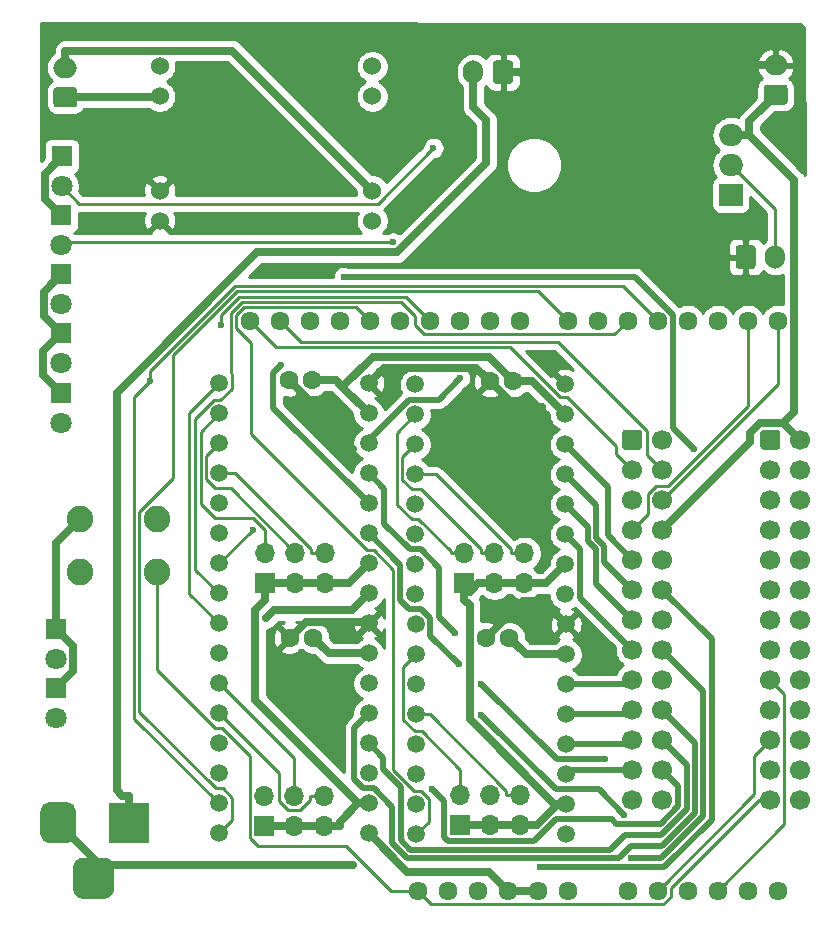
<source format=gbl>
%TF.GenerationSoftware,KiCad,Pcbnew,5.1.6-c6e7f7d~87~ubuntu20.04.1*%
%TF.CreationDate,2021-12-05T16:45:17+01:00*%
%TF.ProjectId,sb-cnc-shield,73622d63-6e63-42d7-9368-69656c642e6b,rev?*%
%TF.SameCoordinates,Original*%
%TF.FileFunction,Copper,L2,Bot*%
%TF.FilePolarity,Positive*%
%FSLAX46Y46*%
G04 Gerber Fmt 4.6, Leading zero omitted, Abs format (unit mm)*
G04 Created by KiCad (PCBNEW 5.1.6-c6e7f7d~87~ubuntu20.04.1) date 2021-12-05 16:45:17*
%MOMM*%
%LPD*%
G01*
G04 APERTURE LIST*
%TA.AperFunction,ComponentPad*%
%ADD10C,1.700000*%
%TD*%
%TA.AperFunction,ComponentPad*%
%ADD11R,2.000000X1.905000*%
%TD*%
%TA.AperFunction,ComponentPad*%
%ADD12O,2.000000X1.905000*%
%TD*%
%TA.AperFunction,ComponentPad*%
%ADD13O,2.000000X1.700000*%
%TD*%
%TA.AperFunction,ComponentPad*%
%ADD14C,1.610000*%
%TD*%
%TA.AperFunction,ComponentPad*%
%ADD15C,2.250000*%
%TD*%
%TA.AperFunction,ComponentPad*%
%ADD16C,1.510000*%
%TD*%
%TA.AperFunction,ComponentPad*%
%ADD17R,3.500000X3.500000*%
%TD*%
%TA.AperFunction,ComponentPad*%
%ADD18C,1.600000*%
%TD*%
%TA.AperFunction,ComponentPad*%
%ADD19O,1.700000X2.000000*%
%TD*%
%TA.AperFunction,ComponentPad*%
%ADD20R,1.700000X1.700000*%
%TD*%
%TA.AperFunction,ComponentPad*%
%ADD21O,1.700000X1.700000*%
%TD*%
%TA.AperFunction,ComponentPad*%
%ADD22C,1.524000*%
%TD*%
%TA.AperFunction,ComponentPad*%
%ADD23C,1.800000*%
%TD*%
%TA.AperFunction,ComponentPad*%
%ADD24R,1.800000X1.800000*%
%TD*%
%TA.AperFunction,ViaPad*%
%ADD25C,0.600000*%
%TD*%
%TA.AperFunction,Conductor*%
%ADD26C,0.250000*%
%TD*%
%TA.AperFunction,Conductor*%
%ADD27C,0.700000*%
%TD*%
%TA.AperFunction,Conductor*%
%ADD28C,0.500000*%
%TD*%
%TA.AperFunction,Conductor*%
%ADD29C,0.254000*%
%TD*%
G04 APERTURE END LIST*
D10*
%TO.P,conn26_0,26*%
%TO.N,GND*%
X179283000Y-109480000D03*
%TO.P,conn26_0,24*%
X179283000Y-106940000D03*
%TO.P,conn26_0,22*%
X179283000Y-104400000D03*
%TO.P,conn26_0,20*%
X179283000Y-101860000D03*
%TO.P,conn26_0,18*%
X179283000Y-99320000D03*
%TO.P,conn26_0,16*%
X179283000Y-96780000D03*
%TO.P,conn26_0,14*%
X179283000Y-94240000D03*
%TO.P,conn26_0,12*%
X179283000Y-91700000D03*
%TO.P,conn26_0,10*%
X179283000Y-89160000D03*
%TO.P,conn26_0,8*%
X179283000Y-86620000D03*
%TO.P,conn26_0,6*%
X179283000Y-84080000D03*
%TO.P,conn26_0,4*%
X179283000Y-81540000D03*
%TO.P,conn26_0,2*%
X179283000Y-79000000D03*
%TO.P,conn26_0,25*%
%TO.N,RESET*%
X176743000Y-109480000D03*
%TO.P,conn26_0,23*%
%TO.N,B_led*%
X176743000Y-106940000D03*
%TO.P,conn26_0,21*%
%TO.N,O_sig*%
X176743000Y-104400000D03*
%TO.P,conn26_0,19*%
%TO.N,O_led*%
X176743000Y-101860000D03*
%TO.P,conn26_0,17*%
%TO.N,up_light*%
X176743000Y-99320000D03*
%TO.P,conn26_0,15*%
%TO.N,B_sig*%
X176743000Y-96780000D03*
%TO.P,conn26_0,13*%
%TO.N,ASTEP*%
X176743000Y-94240000D03*
%TO.P,conn26_0,11*%
%TO.N,XLIMIT*%
X176743000Y-91700000D03*
%TO.P,conn26_0,9*%
X176743000Y-89160000D03*
%TO.P,conn26_0,7*%
%TO.N,YLIMIT*%
X176743000Y-86620000D03*
%TO.P,conn26_0,5*%
X176743000Y-84080000D03*
%TO.P,conn26_0,3*%
%TO.N,ZLIMIT*%
X176743000Y-81540000D03*
%TO.P,conn26_0,1*%
%TA.AperFunction,ComponentPad*%
G36*
G01*
X175893000Y-79600000D02*
X175893000Y-78400000D01*
G75*
G02*
X176143000Y-78150000I250000J0D01*
G01*
X177343000Y-78150000D01*
G75*
G02*
X177593000Y-78400000I0J-250000D01*
G01*
X177593000Y-79600000D01*
G75*
G02*
X177343000Y-79850000I-250000J0D01*
G01*
X176143000Y-79850000D01*
G75*
G02*
X175893000Y-79600000I0J250000D01*
G01*
G37*
%TD.AperFunction*%
%TD*%
%TO.P,conn26_1,1*%
%TO.N,+5V*%
%TA.AperFunction,ComponentPad*%
G36*
G01*
X164180000Y-79600000D02*
X164180000Y-78400000D01*
G75*
G02*
X164430000Y-78150000I250000J0D01*
G01*
X165630000Y-78150000D01*
G75*
G02*
X165880000Y-78400000I0J-250000D01*
G01*
X165880000Y-79600000D01*
G75*
G02*
X165630000Y-79850000I-250000J0D01*
G01*
X164430000Y-79850000D01*
G75*
G02*
X164180000Y-79600000I0J250000D01*
G01*
G37*
%TD.AperFunction*%
%TO.P,conn26_1,3*%
%TO.N,_SCL_*%
X165030000Y-81540000D03*
%TO.P,conn26_1,5*%
%TO.N,+5V*%
X165030000Y-84080000D03*
%TO.P,conn26_1,7*%
%TO.N,res*%
X165030000Y-86620000D03*
%TO.P,conn26_1,9*%
%TO.N,y2B*%
X165030000Y-89160000D03*
%TO.P,conn26_1,11*%
%TO.N,y2A*%
X165030000Y-91700000D03*
%TO.P,conn26_1,13*%
%TO.N,y1A*%
X165030000Y-94240000D03*
%TO.P,conn26_1,15*%
%TO.N,y1B*%
X165030000Y-96780000D03*
%TO.P,conn26_1,17*%
%TO.N,a2B*%
X165030000Y-99320000D03*
%TO.P,conn26_1,19*%
%TO.N,a2A*%
X165030000Y-101860000D03*
%TO.P,conn26_1,21*%
%TO.N,a1A*%
X165030000Y-104400000D03*
%TO.P,conn26_1,23*%
%TO.N,a1B*%
X165030000Y-106940000D03*
%TO.P,conn26_1,25*%
%TO.N,Net-(conn26_1-Pad25)*%
X165030000Y-109480000D03*
%TO.P,conn26_1,2*%
%TO.N,GND*%
X167570000Y-79000000D03*
%TO.P,conn26_1,4*%
%TO.N,_SDA_*%
X167570000Y-81540000D03*
%TO.P,conn26_1,6*%
%TO.N,DC*%
X167570000Y-84080000D03*
%TO.P,conn26_1,8*%
%TO.N,GND*%
X167570000Y-86620000D03*
%TO.P,conn26_1,10*%
%TO.N,x2B*%
X167570000Y-89160000D03*
%TO.P,conn26_1,12*%
%TO.N,x2A*%
X167570000Y-91700000D03*
%TO.P,conn26_1,14*%
%TO.N,x1A*%
X167570000Y-94240000D03*
%TO.P,conn26_1,16*%
%TO.N,x1B*%
X167570000Y-96780000D03*
%TO.P,conn26_1,18*%
%TO.N,z2B*%
X167570000Y-99320000D03*
%TO.P,conn26_1,20*%
%TO.N,z2A*%
X167570000Y-101860000D03*
%TO.P,conn26_1,22*%
%TO.N,z1A*%
X167570000Y-104400000D03*
%TO.P,conn26_1,24*%
%TO.N,z1B*%
X167570000Y-106940000D03*
%TO.P,conn26_1,26*%
%TO.N,Net-(conn26_1-Pad26)*%
X167570000Y-109480000D03*
%TD*%
D11*
%TO.P,Q0,2*%
%TO.N,/G*%
X173380000Y-58267600D03*
D12*
%TO.P,Q0,1*%
%TO.N,D*%
X173380000Y-55727600D03*
%TO.P,Q0,3*%
%TO.N,GND*%
X173380000Y-53187600D03*
%TD*%
%TO.P,pi_5V1,1*%
%TO.N,GND*%
%TA.AperFunction,ComponentPad*%
G36*
G01*
X117790000Y-50850000D02*
X116290000Y-50850000D01*
G75*
G02*
X116040000Y-50600000I0J250000D01*
G01*
X116040000Y-49400000D01*
G75*
G02*
X116290000Y-49150000I250000J0D01*
G01*
X117790000Y-49150000D01*
G75*
G02*
X118040000Y-49400000I0J-250000D01*
G01*
X118040000Y-50600000D01*
G75*
G02*
X117790000Y-50850000I-250000J0D01*
G01*
G37*
%TD.AperFunction*%
D13*
%TO.P,pi_5V1,2*%
%TO.N,5V_pi*%
X117040000Y-47500000D03*
%TD*%
D14*
%TO.P,U1,17*%
%TO.N,B_sig*%
X177358000Y-117180000D03*
%TO.P,U1,18*%
%TO.N,pump_ctrl*%
X174818000Y-117180000D03*
%TO.P,U1,19*%
%TO.N,up_light*%
X172278000Y-117180000D03*
%TO.P,U1,22*%
%TO.N,O_led*%
X164658000Y-117180000D03*
%TO.P,U1,21*%
%TO.N,O_sig*%
X167198000Y-117180000D03*
%TO.P,U1,20*%
%TO.N,B_led*%
X169738000Y-117180000D03*
%TO.P,U1,23*%
%TO.N,Net-(U1-Pad23)*%
X159578000Y-117180000D03*
%TO.P,U1,24*%
%TO.N,GND*%
X157038000Y-117180000D03*
%TO.P,U1,25*%
X154498000Y-117180000D03*
%TO.P,U1,27*%
%TO.N,+3V3*%
X149418000Y-117180000D03*
%TO.P,U1,28*%
%TO.N,RESET*%
X146878000Y-117180000D03*
%TO.P,U1,1*%
%TO.N,DC*%
X177358000Y-68920000D03*
%TO.P,U1,2*%
%TO.N,res*%
X174818000Y-68920000D03*
%TO.P,U1,3*%
%TO.N,XSTEP*%
X172278000Y-68920000D03*
%TO.P,U1,4*%
%TO.N,YSTEP*%
X169738000Y-68920000D03*
%TO.P,U1,5*%
%TO.N,ZSTEP*%
X167198000Y-68920000D03*
%TO.P,U1,6*%
%TO.N,XDIR*%
X164658000Y-68920000D03*
%TO.P,U1,7*%
%TO.N,YDIR*%
X162118000Y-68920000D03*
%TO.P,U1,8*%
%TO.N,ZDIR*%
X159578000Y-68920000D03*
%TO.P,U1,9*%
%TO.N,EN*%
X155514000Y-68920000D03*
%TO.P,U1,10*%
%TO.N,XLIMIT*%
X152974000Y-68920000D03*
%TO.P,U1,11*%
%TO.N,YLIMIT*%
X150434000Y-68920000D03*
%TO.P,U1,12*%
%TO.N,ASTEP*%
X147894000Y-68920000D03*
%TO.P,U1,13*%
%TO.N,ZLIMIT*%
X145354000Y-68920000D03*
%TO.P,U1,14*%
%TO.N,ADIR*%
X142814000Y-68920000D03*
%TO.P,U1,15*%
%TO.N,GND*%
X140274000Y-68920000D03*
%TO.P,U1,16*%
%TO.N,Net-(U1-Pad16)*%
X137734000Y-68920000D03*
%TO.P,U1,26*%
%TO.N,+5V*%
X151958000Y-117180000D03*
%TO.P,U1,29*%
%TO.N,_SDA_*%
X135194000Y-68920000D03*
%TO.P,U1,30*%
%TO.N,_SCL_*%
X132654000Y-68920000D03*
%TD*%
D15*
%TO.P,SW1,3*%
%TO.N,RESET*%
X118273000Y-90231000D03*
%TO.P,SW1,4*%
X124773000Y-90231000D03*
%TO.P,SW1,1*%
%TO.N,GND*%
X118273000Y-85731000D03*
%TO.P,SW1,2*%
X124773000Y-85731000D03*
%TD*%
D16*
%TO.P,U2,1*%
%TO.N,EN*%
X130033000Y-74229000D03*
%TO.P,U2,2*%
%TO.N,Net-(MSX1-Pad2)*%
X130033000Y-76769000D03*
%TO.P,U2,3*%
%TO.N,Net-(MSX1-Pad4)*%
X130033000Y-79309000D03*
%TO.P,U2,4*%
%TO.N,Net-(MSX1-Pad6)*%
X130033000Y-81849000D03*
%TO.P,U2,5*%
%TO.N,Net-(U2-Pad5)*%
X130033000Y-84389000D03*
%TO.P,U2,6*%
X130033000Y-86929000D03*
%TO.P,U2,7*%
%TO.N,XSTEP*%
X130033000Y-89469000D03*
%TO.P,U2,8*%
%TO.N,XDIR*%
X130033000Y-92009000D03*
%TO.P,U2,9*%
%TO.N,GND*%
X142733000Y-92009000D03*
%TO.P,U2,10*%
%TO.N,+5V*%
X142733000Y-89469000D03*
%TO.P,U2,11*%
%TO.N,x1B*%
X142733000Y-86929000D03*
%TO.P,U2,12*%
%TO.N,x1A*%
X142733000Y-84389000D03*
%TO.P,U2,13*%
%TO.N,x2A*%
X142733000Y-81849000D03*
%TO.P,U2,14*%
%TO.N,x2B*%
X142733000Y-79309000D03*
%TO.P,U2,15*%
%TO.N,GNDA*%
X142733000Y-76769000D03*
%TO.P,U2,16*%
%TO.N,VIN*%
X142733000Y-74229000D03*
%TD*%
%TO.P,U4,1*%
%TO.N,EN*%
X130033000Y-94549000D03*
%TO.P,U4,2*%
%TO.N,Net-(MSZ1-Pad2)*%
X130033000Y-97089000D03*
%TO.P,U4,3*%
%TO.N,Net-(MSZ1-Pad4)*%
X130033000Y-99629000D03*
%TO.P,U4,4*%
%TO.N,Net-(MSZ1-Pad6)*%
X130033000Y-102169000D03*
%TO.P,U4,5*%
%TO.N,Net-(U4-Pad5)*%
X130033000Y-104709000D03*
%TO.P,U4,6*%
X130033000Y-107249000D03*
%TO.P,U4,7*%
%TO.N,ZSTEP*%
X130033000Y-109789000D03*
%TO.P,U4,8*%
%TO.N,ZDIR*%
X130033000Y-112329000D03*
%TO.P,U4,9*%
%TO.N,GND*%
X142733000Y-112329000D03*
%TO.P,U4,10*%
%TO.N,+5V*%
X142733000Y-109789000D03*
%TO.P,U4,11*%
%TO.N,z1B*%
X142733000Y-107249000D03*
%TO.P,U4,12*%
%TO.N,z1A*%
X142733000Y-104709000D03*
%TO.P,U4,13*%
%TO.N,z2A*%
X142733000Y-102169000D03*
%TO.P,U4,14*%
%TO.N,z2B*%
X142733000Y-99629000D03*
%TO.P,U4,15*%
%TO.N,GNDA*%
X142733000Y-97089000D03*
%TO.P,U4,16*%
%TO.N,VIN*%
X142733000Y-94549000D03*
%TD*%
%TO.P,U5,1*%
%TO.N,EN*%
X146746000Y-94625200D03*
%TO.P,U5,2*%
%TO.N,Net-(MSA1-Pad2)*%
X146746000Y-97165200D03*
%TO.P,U5,3*%
%TO.N,Net-(MSA1-Pad4)*%
X146746000Y-99705200D03*
%TO.P,U5,4*%
%TO.N,Net-(MSA1-Pad6)*%
X146746000Y-102245200D03*
%TO.P,U5,5*%
%TO.N,Net-(U5-Pad5)*%
X146746000Y-104785200D03*
%TO.P,U5,6*%
X146746000Y-107325200D03*
%TO.P,U5,7*%
%TO.N,ASTEP*%
X146746000Y-109865200D03*
%TO.P,U5,8*%
%TO.N,ADIR*%
X146746000Y-112405200D03*
%TO.P,U5,9*%
%TO.N,GND*%
X159446000Y-112405200D03*
%TO.P,U5,10*%
%TO.N,+5V*%
X159446000Y-109865200D03*
%TO.P,U5,11*%
%TO.N,a1B*%
X159446000Y-107325200D03*
%TO.P,U5,12*%
%TO.N,a1A*%
X159446000Y-104785200D03*
%TO.P,U5,13*%
%TO.N,a2A*%
X159446000Y-102245200D03*
%TO.P,U5,14*%
%TO.N,a2B*%
X159446000Y-99705200D03*
%TO.P,U5,15*%
%TO.N,GNDA*%
X159446000Y-97165200D03*
%TO.P,U5,16*%
%TO.N,VIN*%
X159446000Y-94625200D03*
%TD*%
%TO.P,U3,1*%
%TO.N,EN*%
X146670000Y-74305200D03*
%TO.P,U3,2*%
%TO.N,Net-(MSY1-Pad2)*%
X146670000Y-76845200D03*
%TO.P,U3,3*%
%TO.N,Net-(MSY1-Pad4)*%
X146670000Y-79385200D03*
%TO.P,U3,4*%
%TO.N,Net-(MSY1-Pad6)*%
X146670000Y-81925200D03*
%TO.P,U3,5*%
%TO.N,Net-(U3-Pad5)*%
X146670000Y-84465200D03*
%TO.P,U3,6*%
X146670000Y-87005200D03*
%TO.P,U3,7*%
%TO.N,YSTEP*%
X146670000Y-89545200D03*
%TO.P,U3,8*%
%TO.N,YDIR*%
X146670000Y-92085200D03*
%TO.P,U3,9*%
%TO.N,GND*%
X159370000Y-92085200D03*
%TO.P,U3,10*%
%TO.N,+5V*%
X159370000Y-89545200D03*
%TO.P,U3,11*%
%TO.N,y1B*%
X159370000Y-87005200D03*
%TO.P,U3,12*%
%TO.N,y1A*%
X159370000Y-84465200D03*
%TO.P,U3,13*%
%TO.N,y2A*%
X159370000Y-81925200D03*
%TO.P,U3,14*%
%TO.N,y2B*%
X159370000Y-79385200D03*
%TO.P,U3,15*%
%TO.N,GNDA*%
X159370000Y-76845200D03*
%TO.P,U3,16*%
%TO.N,VIN*%
X159370000Y-74305200D03*
%TD*%
D17*
%TO.P,P8,1*%
%TO.N,VIN_*%
X122438000Y-111420000D03*
%TO.P,P8,2*%
%TO.N,GNDA*%
%TA.AperFunction,ComponentPad*%
G36*
G01*
X114938000Y-112420000D02*
X114938000Y-110420000D01*
G75*
G02*
X115688000Y-109670000I750000J0D01*
G01*
X117188000Y-109670000D01*
G75*
G02*
X117938000Y-110420000I0J-750000D01*
G01*
X117938000Y-112420000D01*
G75*
G02*
X117188000Y-113170000I-750000J0D01*
G01*
X115688000Y-113170000D01*
G75*
G02*
X114938000Y-112420000I0J750000D01*
G01*
G37*
%TD.AperFunction*%
%TO.P,P8,3*%
%TA.AperFunction,ComponentPad*%
G36*
G01*
X117688000Y-116995000D02*
X117688000Y-115245000D01*
G75*
G02*
X118563000Y-114370000I875000J0D01*
G01*
X120313000Y-114370000D01*
G75*
G02*
X121188000Y-115245000I0J-875000D01*
G01*
X121188000Y-116995000D01*
G75*
G02*
X120313000Y-117870000I-875000J0D01*
G01*
X118563000Y-117870000D01*
G75*
G02*
X117688000Y-116995000I0J875000D01*
G01*
G37*
%TD.AperFunction*%
%TD*%
D18*
%TO.P,C1,1*%
%TO.N,VIN*%
X135956000Y-73980100D03*
%TO.P,C1,2*%
%TO.N,GNDA*%
X137956000Y-73980100D03*
%TD*%
%TO.P,C2,2*%
%TO.N,GNDA*%
X154989000Y-74051200D03*
%TO.P,C2,1*%
%TO.N,VIN*%
X152989000Y-74051200D03*
%TD*%
%TO.P,C3,1*%
%TO.N,VIN*%
X136052000Y-95778400D03*
%TO.P,C3,2*%
%TO.N,GNDA*%
X138052000Y-95778400D03*
%TD*%
%TO.P,C4,2*%
%TO.N,GNDA*%
X154633000Y-95778400D03*
%TO.P,C4,1*%
%TO.N,VIN*%
X152633000Y-95778400D03*
%TD*%
%TO.P,l_pwr1,1*%
%TO.N,GND*%
%TA.AperFunction,ComponentPad*%
G36*
G01*
X177940000Y-50634000D02*
X176440000Y-50634000D01*
G75*
G02*
X176190000Y-50384000I0J250000D01*
G01*
X176190000Y-49184000D01*
G75*
G02*
X176440000Y-48934000I250000J0D01*
G01*
X177940000Y-48934000D01*
G75*
G02*
X178190000Y-49184000I0J-250000D01*
G01*
X178190000Y-50384000D01*
G75*
G02*
X177940000Y-50634000I-250000J0D01*
G01*
G37*
%TD.AperFunction*%
D13*
%TO.P,l_pwr1,2*%
%TO.N,VIN*%
X177190000Y-47284000D03*
%TD*%
D19*
%TO.P,Pump1,2*%
%TO.N,D*%
X177150000Y-63525400D03*
%TO.P,Pump1,1*%
%TO.N,VIN*%
%TA.AperFunction,ComponentPad*%
G36*
G01*
X173800000Y-64275400D02*
X173800000Y-62775400D01*
G75*
G02*
X174050000Y-62525400I250000J0D01*
G01*
X175250000Y-62525400D01*
G75*
G02*
X175500000Y-62775400I0J-250000D01*
G01*
X175500000Y-64275400D01*
G75*
G02*
X175250000Y-64525400I-250000J0D01*
G01*
X174050000Y-64525400D01*
G75*
G02*
X173800000Y-64275400I0J250000D01*
G01*
G37*
%TD.AperFunction*%
%TD*%
D20*
%TO.P,MSA1,1*%
%TO.N,+5V*%
X150480000Y-111643000D03*
D21*
%TO.P,MSA1,2*%
%TO.N,Net-(MSA1-Pad2)*%
X150480000Y-109103000D03*
%TO.P,MSA1,3*%
%TO.N,+5V*%
X153020000Y-111643000D03*
%TO.P,MSA1,4*%
%TO.N,Net-(MSA1-Pad4)*%
X153020000Y-109103000D03*
%TO.P,MSA1,5*%
%TO.N,+5V*%
X155560000Y-111643000D03*
%TO.P,MSA1,6*%
%TO.N,Net-(MSA1-Pad6)*%
X155560000Y-109103000D03*
%TD*%
D20*
%TO.P,MSY1,1*%
%TO.N,+5V*%
X150835000Y-91145400D03*
D21*
%TO.P,MSY1,2*%
%TO.N,Net-(MSY1-Pad2)*%
X150835000Y-88605400D03*
%TO.P,MSY1,3*%
%TO.N,+5V*%
X153375000Y-91145400D03*
%TO.P,MSY1,4*%
%TO.N,Net-(MSY1-Pad4)*%
X153375000Y-88605400D03*
%TO.P,MSY1,5*%
%TO.N,+5V*%
X155915000Y-91145400D03*
%TO.P,MSY1,6*%
%TO.N,Net-(MSY1-Pad6)*%
X155915000Y-88605400D03*
%TD*%
%TO.P,MSZ1,6*%
%TO.N,Net-(MSZ1-Pad6)*%
X138923000Y-109129000D03*
%TO.P,MSZ1,5*%
%TO.N,+5V*%
X138923000Y-111669000D03*
%TO.P,MSZ1,4*%
%TO.N,Net-(MSZ1-Pad4)*%
X136383000Y-109129000D03*
%TO.P,MSZ1,3*%
%TO.N,+5V*%
X136383000Y-111669000D03*
%TO.P,MSZ1,2*%
%TO.N,Net-(MSZ1-Pad2)*%
X133843000Y-109129000D03*
D20*
%TO.P,MSZ1,1*%
%TO.N,+5V*%
X133843000Y-111669000D03*
%TD*%
%TO.P,MSX1,1*%
%TO.N,+5V*%
X133945000Y-91145400D03*
D21*
%TO.P,MSX1,2*%
%TO.N,Net-(MSX1-Pad2)*%
X133945000Y-88605400D03*
%TO.P,MSX1,3*%
%TO.N,+5V*%
X136485000Y-91145400D03*
%TO.P,MSX1,4*%
%TO.N,Net-(MSX1-Pad4)*%
X136485000Y-88605400D03*
%TO.P,MSX1,5*%
%TO.N,+5V*%
X139025000Y-91145400D03*
%TO.P,MSX1,6*%
%TO.N,Net-(MSX1-Pad6)*%
X139025000Y-88605400D03*
%TD*%
D22*
%TO.P,MP1584EN_DC-DC1,8*%
%TO.N,GND*%
X143036000Y-47384200D03*
%TO.P,MP1584EN_DC-DC1,7*%
X143036000Y-49924200D03*
%TO.P,MP1584EN_DC-DC1,6*%
%TO.N,5V_pi*%
X143036000Y-57924200D03*
%TO.P,MP1584EN_DC-DC1,5*%
X143036000Y-60464200D03*
%TO.P,MP1584EN_DC-DC1,4*%
%TO.N,VIN*%
X125036000Y-57924200D03*
%TO.P,MP1584EN_DC-DC1,3*%
X125036000Y-60464200D03*
%TO.P,MP1584EN_DC-DC1,2*%
%TO.N,GND*%
X125036000Y-49924200D03*
%TO.P,MP1584EN_DC-DC1,1*%
X125036000Y-47384200D03*
%TD*%
D23*
%TO.P,Pled1,2*%
%TO.N,Net-(Pled1-Pad2)*%
X116677000Y-77540000D03*
D24*
%TO.P,Pled1,1*%
%TO.N,GND*%
X116677000Y-75000000D03*
%TD*%
%TO.P,Vled1,1*%
%TO.N,GND*%
X116266000Y-95000000D03*
D23*
%TO.P,Vled1,2*%
%TO.N,Net-(Rpwr1-Pad2)*%
X116266000Y-97540000D03*
%TD*%
%TO.P,ledA1,2*%
%TO.N,Net-(RstpA1-Pad2)*%
X116677000Y-72540000D03*
D24*
%TO.P,ledA1,1*%
%TO.N,GND*%
X116677000Y-70000000D03*
%TD*%
%TO.P,V_led1,1*%
%TO.N,GND*%
X116291000Y-100000000D03*
D23*
%TO.P,V_led1,2*%
%TO.N,Net-(Rpwr_1-Pad2)*%
X116291000Y-102540000D03*
%TD*%
%TO.P,ledX1,2*%
%TO.N,Net-(RstpX1-Pad2)*%
X116743000Y-57540000D03*
D24*
%TO.P,ledX1,1*%
%TO.N,GND*%
X116743000Y-55000000D03*
%TD*%
%TO.P,ledY1,1*%
%TO.N,GND*%
X116677000Y-60000000D03*
D23*
%TO.P,ledY1,2*%
%TO.N,Net-(RstpY1-Pad2)*%
X116677000Y-62540000D03*
%TD*%
D24*
%TO.P,ledZ1,1*%
%TO.N,GND*%
X116677000Y-65000000D03*
D23*
%TO.P,ledZ1,2*%
%TO.N,Net-(RstpZ1-Pad2)*%
X116677000Y-67540000D03*
%TD*%
%TO.P,P10,1*%
%TO.N,VIN*%
%TA.AperFunction,ComponentPad*%
G36*
G01*
X154952000Y-47129000D02*
X154952000Y-48629000D01*
G75*
G02*
X154702000Y-48879000I-250000J0D01*
G01*
X153502000Y-48879000D01*
G75*
G02*
X153252000Y-48629000I0J250000D01*
G01*
X153252000Y-47129000D01*
G75*
G02*
X153502000Y-46879000I250000J0D01*
G01*
X154702000Y-46879000D01*
G75*
G02*
X154952000Y-47129000I0J-250000D01*
G01*
G37*
%TD.AperFunction*%
D19*
%TO.P,P10,2*%
%TO.N,VIN_*%
X151602000Y-47879000D03*
%TD*%
D25*
%TO.N,GND*%
X134018800Y-94126800D03*
%TO.N,XSTEP*%
X132893500Y-86608500D03*
%TO.N,VIN*%
X157441000Y-92620200D03*
X141376700Y-79821000D03*
X140618700Y-76380000D03*
X157441000Y-76234200D03*
%TO.N,ZSTEP*%
X124250800Y-74018000D03*
%TO.N,ASTEP*%
X130256000Y-69248400D03*
%TO.N,GNDA*%
X141427600Y-114972900D03*
%TO.N,VIN_*%
X121417500Y-108688200D03*
%TO.N,x2B*%
X150493800Y-73789600D03*
%TO.N,x2A*%
X150053700Y-95341000D03*
X157267300Y-115187100D03*
%TO.N,x1A*%
X170260800Y-79818100D03*
X140609700Y-65222400D03*
X135334100Y-72683500D03*
%TO.N,x1B*%
X164978800Y-114436800D03*
X162696500Y-106055100D03*
X152269500Y-99690100D03*
X150391200Y-98022100D03*
%TO.N,z2B*%
X164348100Y-110740500D03*
X152269500Y-102317700D03*
%TO.N,z1B*%
X148085600Y-108530600D03*
%TO.N,Net-(RstpX1-Pad2)*%
X148214200Y-54290500D03*
%TO.N,Net-(RstpY1-Pad2)*%
X144791600Y-62280500D03*
%TD*%
D26*
%TO.N,RESET*%
X124773000Y-90231000D02*
X124773000Y-98478200D01*
X124773000Y-98478200D02*
X129733800Y-103439000D01*
X129733800Y-103439000D02*
X130292400Y-103439000D01*
X130292400Y-103439000D02*
X132667600Y-105814200D01*
X132667600Y-105814200D02*
X132667600Y-112678400D01*
X132667600Y-112678400D02*
X133398600Y-113409400D01*
X133398600Y-113409400D02*
X140850400Y-113409400D01*
X140850400Y-113409400D02*
X144621000Y-117180000D01*
X144621000Y-117180000D02*
X146878000Y-117180000D01*
X146878000Y-117180000D02*
X148037300Y-118339300D01*
X148037300Y-118339300D02*
X167680600Y-118339300D01*
X167680600Y-118339300D02*
X168328400Y-117691500D01*
X168328400Y-117691500D02*
X168328400Y-116911200D01*
X168328400Y-116911200D02*
X175759600Y-109480000D01*
X175759600Y-109480000D02*
X176743000Y-109480000D01*
D27*
%TO.N,+5V*%
X136485000Y-91145400D02*
X135345300Y-91145400D01*
X139025000Y-91145400D02*
X136485000Y-91145400D01*
X133945000Y-91145400D02*
X135345300Y-91145400D01*
X141853900Y-109789000D02*
X142733000Y-109789000D01*
X140323300Y-111669000D02*
X140323300Y-111319600D01*
X140323300Y-111319600D02*
X141853900Y-109789000D01*
X141853900Y-109789000D02*
X133118500Y-101053600D01*
X133118500Y-101053600D02*
X133118500Y-93372200D01*
X133118500Y-93372200D02*
X133945000Y-92545700D01*
X133945000Y-91145400D02*
X133945000Y-92545700D01*
X155915000Y-91145400D02*
X157769800Y-91145400D01*
X157769800Y-91145400D02*
X159370000Y-89545200D01*
X153375000Y-91145400D02*
X155915000Y-91145400D01*
X153375000Y-91145400D02*
X151974700Y-91145400D01*
X150835000Y-91845500D02*
X151274600Y-91845500D01*
X151274600Y-91845500D02*
X151974700Y-91145400D01*
X150835000Y-91845500D02*
X150835000Y-92545700D01*
X150835000Y-91145400D02*
X150835000Y-91845500D01*
X158629300Y-109974000D02*
X158738100Y-109865200D01*
X158738100Y-109865200D02*
X159446000Y-109865200D01*
X156960300Y-111643000D02*
X158629300Y-109974000D01*
X158629300Y-109974000D02*
X151282700Y-102627500D01*
X151282700Y-102627500D02*
X151282700Y-92993400D01*
X151282700Y-92993400D02*
X150835000Y-92545700D01*
X155560000Y-111643000D02*
X156960300Y-111643000D01*
X153020000Y-111643000D02*
X155560000Y-111643000D01*
X139025000Y-91145400D02*
X141056600Y-91145400D01*
X141056600Y-91145400D02*
X142733000Y-89469000D01*
X150480000Y-111643000D02*
X153020000Y-111643000D01*
X138923000Y-111669000D02*
X140323300Y-111669000D01*
X136383000Y-111669000D02*
X138923000Y-111669000D01*
X136383000Y-111669000D02*
X133843000Y-111669000D01*
%TO.N,GND*%
X142733000Y-92009000D02*
X141296800Y-93445200D01*
X141296800Y-93445200D02*
X134700400Y-93445200D01*
X134700400Y-93445200D02*
X134018800Y-94126800D01*
X116677000Y-65000000D02*
X115226600Y-66450400D01*
X115226600Y-66450400D02*
X115226600Y-68549600D01*
X115226600Y-68549600D02*
X116677000Y-70000000D01*
X116677000Y-70000000D02*
X115156000Y-71521000D01*
X115156000Y-71521000D02*
X115156000Y-73479000D01*
X115156000Y-73479000D02*
X116677000Y-75000000D01*
X177833200Y-77550200D02*
X179283000Y-79000000D01*
X167570000Y-86620000D02*
X175006500Y-79183500D01*
X175006500Y-79183500D02*
X175006500Y-78387100D01*
X175006500Y-78387100D02*
X175843400Y-77550200D01*
X175843400Y-77550200D02*
X177833200Y-77550200D01*
X174930300Y-53187600D02*
X178767200Y-57024500D01*
X178767200Y-57024500D02*
X178767200Y-76616200D01*
X178767200Y-76616200D02*
X177833200Y-77550200D01*
X174705200Y-53187600D02*
X174930300Y-53187600D01*
X173380000Y-53187600D02*
X174705200Y-53187600D01*
X174930300Y-53187600D02*
X174930300Y-52043700D01*
X174930300Y-52043700D02*
X177190000Y-49784000D01*
X118273000Y-85731000D02*
X116266000Y-87738000D01*
X116266000Y-87738000D02*
X116266000Y-95000000D01*
X116266000Y-95000000D02*
X117731600Y-96465600D01*
X117731600Y-96465600D02*
X117731600Y-98559400D01*
X117731600Y-98559400D02*
X116291000Y-100000000D01*
X154498000Y-117180000D02*
X152925300Y-115607300D01*
X152925300Y-115607300D02*
X146011300Y-115607300D01*
X146011300Y-115607300D02*
X142733000Y-112329000D01*
X157038000Y-117180000D02*
X154498000Y-117180000D01*
X116677000Y-60000000D02*
X115283800Y-58606800D01*
X115283800Y-58606800D02*
X115283800Y-56459200D01*
X115283800Y-56459200D02*
X116743000Y-55000000D01*
X117040000Y-50000000D02*
X124960200Y-50000000D01*
X124960200Y-50000000D02*
X125036000Y-49924200D01*
D26*
%TO.N,EN*%
X130033000Y-94549000D02*
X127557300Y-92073300D01*
X127557300Y-92073300D02*
X127557300Y-76704700D01*
X127557300Y-76704700D02*
X130033000Y-74229000D01*
%TO.N,XSTEP*%
X130033000Y-89469000D02*
X132893500Y-86608500D01*
%TO.N,XDIR*%
X130033000Y-92009000D02*
X128042700Y-90018700D01*
X128042700Y-90018700D02*
X128042700Y-77231400D01*
X128042700Y-77231400D02*
X129622600Y-75651500D01*
X129622600Y-75651500D02*
X130138800Y-75651500D01*
X130138800Y-75651500D02*
X131115700Y-74674600D01*
X131115700Y-74674600D02*
X131115700Y-73412000D01*
X131115700Y-73412000D02*
X131043000Y-73339300D01*
X131043000Y-73339300D02*
X131043000Y-68268600D01*
X131043000Y-68268600D02*
X131976500Y-67335100D01*
X131976500Y-67335100D02*
X145424400Y-67335100D01*
X145424400Y-67335100D02*
X146624000Y-68534700D01*
X146624000Y-68534700D02*
X146624000Y-69292600D01*
X146624000Y-69292600D02*
X147381800Y-70050400D01*
X147381800Y-70050400D02*
X163527600Y-70050400D01*
X163527600Y-70050400D02*
X164658000Y-68920000D01*
D27*
%TO.N,VIN*%
X152989000Y-74051200D02*
X151837600Y-72899800D01*
X151837600Y-72899800D02*
X144062200Y-72899800D01*
X144062200Y-72899800D02*
X142733000Y-74229000D01*
X152633000Y-95778400D02*
X155791200Y-92620200D01*
X155791200Y-92620200D02*
X157441000Y-92620200D01*
X159446000Y-94625200D02*
X157441000Y-92620200D01*
X140618700Y-76380000D02*
X140618700Y-79063000D01*
X140618700Y-79063000D02*
X141376700Y-79821000D01*
X135956000Y-73980100D02*
X138355900Y-76380000D01*
X138355900Y-76380000D02*
X140618700Y-76380000D01*
X157441000Y-76234200D02*
X155172000Y-76234200D01*
X155172000Y-76234200D02*
X152989000Y-74051200D01*
X142733000Y-94549000D02*
X142604400Y-94420400D01*
X142604400Y-94420400D02*
X137410000Y-94420400D01*
X137410000Y-94420400D02*
X136052000Y-95778400D01*
X177190000Y-47284000D02*
X175639700Y-47284000D01*
X154102000Y-47879000D02*
X175044700Y-47879000D01*
X175044700Y-47879000D02*
X175639700Y-47284000D01*
D26*
%TO.N,ZSTEP*%
X167198000Y-68920000D02*
X164259200Y-65981200D01*
X164259200Y-65981200D02*
X131412300Y-65981200D01*
X131412300Y-65981200D02*
X124250800Y-73142700D01*
X124250800Y-73142700D02*
X124250800Y-74018000D01*
X124250800Y-74018000D02*
X122860700Y-75408100D01*
X122860700Y-75408100D02*
X122860700Y-102616700D01*
X122860700Y-102616700D02*
X130033000Y-109789000D01*
%TO.N,ZDIR*%
X130033000Y-112329000D02*
X131157500Y-111204500D01*
X131157500Y-111204500D02*
X131157500Y-109314900D01*
X131157500Y-109314900D02*
X130361600Y-108519000D01*
X130361600Y-108519000D02*
X129760500Y-108519000D01*
X129760500Y-108519000D02*
X123311000Y-102069500D01*
X123311000Y-102069500D02*
X123311000Y-85095700D01*
X123311000Y-85095700D02*
X126197700Y-82209000D01*
X126197700Y-82209000D02*
X126197700Y-71832700D01*
X126197700Y-71832700D02*
X131598900Y-66431500D01*
X131598900Y-66431500D02*
X157089500Y-66431500D01*
X157089500Y-66431500D02*
X159578000Y-68920000D01*
%TO.N,ADIR*%
X146746000Y-112405200D02*
X147826400Y-111324800D01*
X147826400Y-111324800D02*
X147826400Y-109417600D01*
X147826400Y-109417600D02*
X147163300Y-108754500D01*
X147163300Y-108754500D02*
X146592300Y-108754500D01*
X146592300Y-108754500D02*
X144818600Y-106980800D01*
X144818600Y-106980800D02*
X144818600Y-90026700D01*
X144818600Y-90026700D02*
X143150200Y-88358300D01*
X143150200Y-88358300D02*
X142625300Y-88358300D01*
X142625300Y-88358300D02*
X132736900Y-78469900D01*
X132736900Y-78469900D02*
X132736900Y-70813100D01*
X132736900Y-70813100D02*
X131493400Y-69569600D01*
X131493400Y-69569600D02*
X131493400Y-68455100D01*
X131493400Y-68455100D02*
X132163000Y-67785500D01*
X132163000Y-67785500D02*
X141679500Y-67785500D01*
X141679500Y-67785500D02*
X142814000Y-68920000D01*
%TO.N,ASTEP*%
X130256000Y-69248400D02*
X130256000Y-68418700D01*
X130256000Y-68418700D02*
X131789900Y-66884800D01*
X131789900Y-66884800D02*
X145858800Y-66884800D01*
X145858800Y-66884800D02*
X147894000Y-68920000D01*
D27*
%TO.N,GNDA*%
X154989000Y-74051200D02*
X152937300Y-71999500D01*
X152937300Y-71999500D02*
X143057700Y-71999500D01*
X143057700Y-71999500D02*
X140510600Y-74546600D01*
X138052000Y-95778400D02*
X139362600Y-97089000D01*
X139362600Y-97089000D02*
X142733000Y-97089000D01*
X140510600Y-74546600D02*
X142733000Y-76769000D01*
X137956000Y-73980100D02*
X139944100Y-73980100D01*
X139944100Y-73980100D02*
X140510600Y-74546600D01*
X159370000Y-76845200D02*
X156576000Y-74051200D01*
X156576000Y-74051200D02*
X154989000Y-74051200D01*
X119729600Y-114972900D02*
X119729600Y-114711600D01*
X119729600Y-114711600D02*
X116438000Y-111420000D01*
X119438000Y-116120000D02*
X119729600Y-115828400D01*
X119729600Y-115828400D02*
X119729600Y-114972900D01*
X119729600Y-114972900D02*
X141427600Y-114972900D01*
X159446000Y-97165200D02*
X156019800Y-97165200D01*
X156019800Y-97165200D02*
X154633000Y-95778400D01*
%TO.N,VIN_*%
X152701700Y-55573000D02*
X145143900Y-63130800D01*
X145143900Y-63130800D02*
X133307600Y-63130800D01*
X133307600Y-63130800D02*
X121417500Y-75020900D01*
X121417500Y-75020900D02*
X121417500Y-108688200D01*
X122438000Y-111420000D02*
X122438000Y-109119700D01*
X121417500Y-108688200D02*
X121849000Y-109119700D01*
X121849000Y-109119700D02*
X122438000Y-109119700D01*
X152701700Y-55573000D02*
X152701700Y-51951700D01*
X151602000Y-50852000D02*
X151602000Y-47879000D01*
X152701700Y-51951700D02*
X151602000Y-50852000D01*
D26*
%TO.N,_SCL_*%
X165030000Y-81540000D02*
X163666400Y-80176400D01*
X163666400Y-80176400D02*
X163666400Y-79565900D01*
X163666400Y-79565900D02*
X159516300Y-75415800D01*
X159516300Y-75415800D02*
X158952800Y-75415800D01*
X158952800Y-75415800D02*
X154678800Y-71141800D01*
X154678800Y-71141800D02*
X134875800Y-71141800D01*
X134875800Y-71141800D02*
X132654000Y-68920000D01*
%TO.N,_SDA_*%
X167570000Y-81540000D02*
X166300500Y-80270500D01*
X166300500Y-80270500D02*
X166300500Y-78254100D01*
X166300500Y-78254100D02*
X158737900Y-70691500D01*
X158737900Y-70691500D02*
X136965500Y-70691500D01*
X136965500Y-70691500D02*
X135194000Y-68920000D01*
%TO.N,DC*%
X167570000Y-84080000D02*
X177358000Y-74292000D01*
X177358000Y-74292000D02*
X177358000Y-68920000D01*
%TO.N,res*%
X165030000Y-86620000D02*
X166394600Y-85255400D01*
X166394600Y-85255400D02*
X166394600Y-83554400D01*
X166394600Y-83554400D02*
X167044400Y-82904600D01*
X167044400Y-82904600D02*
X168058700Y-82904600D01*
X168058700Y-82904600D02*
X174818000Y-76145300D01*
X174818000Y-76145300D02*
X174818000Y-68920000D01*
%TO.N,O_sig*%
X167198000Y-117180000D02*
X175378400Y-108999600D01*
X175378400Y-108999600D02*
X175378400Y-105764600D01*
X175378400Y-105764600D02*
X176743000Y-104400000D01*
D27*
%TO.N,5V_pi*%
X117040000Y-47500000D02*
X117040000Y-46099700D01*
X143036000Y-57924200D02*
X131182200Y-46070400D01*
X131182200Y-46070400D02*
X117069300Y-46070400D01*
X117069300Y-46070400D02*
X117040000Y-46099700D01*
D28*
%TO.N,y2B*%
X159370000Y-79385200D02*
X162955300Y-82970500D01*
X162955300Y-82970500D02*
X162955300Y-87085300D01*
X162955300Y-87085300D02*
X165030000Y-89160000D01*
%TO.N,x2B*%
X142733000Y-79309000D02*
X142733000Y-79017100D01*
X142733000Y-79017100D02*
X146153600Y-75596500D01*
X146153600Y-75596500D02*
X148686900Y-75596500D01*
X148686900Y-75596500D02*
X150493800Y-73789600D01*
%TO.N,y2A*%
X165030000Y-91700000D02*
X162676300Y-89346300D01*
X162676300Y-89346300D02*
X162676300Y-87992900D01*
X162676300Y-87992900D02*
X161976000Y-87292600D01*
X161976000Y-87292600D02*
X161976000Y-84531200D01*
X161976000Y-84531200D02*
X159370000Y-81925200D01*
%TO.N,x2A*%
X167570000Y-91700000D02*
X171765700Y-95895700D01*
X171765700Y-95895700D02*
X171765700Y-111170100D01*
X171765700Y-111170100D02*
X167748700Y-115187100D01*
X167748700Y-115187100D02*
X157267300Y-115187100D01*
X142733000Y-81849000D02*
X144067600Y-83183600D01*
X144067600Y-83183600D02*
X144067600Y-86149700D01*
X144067600Y-86149700D02*
X146193100Y-88275200D01*
X146193100Y-88275200D02*
X147129900Y-88275200D01*
X147129900Y-88275200D02*
X148692300Y-89837600D01*
X148692300Y-89837600D02*
X148692300Y-93979600D01*
X148692300Y-93979600D02*
X150053700Y-95341000D01*
%TO.N,y1A*%
X165030000Y-94240000D02*
X161976000Y-91186000D01*
X161976000Y-91186000D02*
X161976000Y-88283200D01*
X161976000Y-88283200D02*
X161275700Y-87582900D01*
X161275700Y-87582900D02*
X161275700Y-86370900D01*
X161275700Y-86370900D02*
X159370000Y-84465200D01*
%TO.N,x1A*%
X170260800Y-79818100D02*
X168468000Y-78025300D01*
X168468000Y-78025300D02*
X168468000Y-68395600D01*
X168468000Y-68395600D02*
X165294800Y-65222400D01*
X165294800Y-65222400D02*
X140609700Y-65222400D01*
X142733000Y-84389000D02*
X134666400Y-76322400D01*
X134666400Y-76322400D02*
X134666400Y-73351200D01*
X134666400Y-73351200D02*
X135334100Y-72683500D01*
%TO.N,y1B*%
X159370000Y-87005200D02*
X160651400Y-88286600D01*
X160651400Y-88286600D02*
X160651400Y-92401400D01*
X160651400Y-92401400D02*
X165030000Y-96780000D01*
%TO.N,x1B*%
X164978800Y-114436800D02*
X167508500Y-114436800D01*
X167508500Y-114436800D02*
X171065400Y-110879900D01*
X171065400Y-110879900D02*
X171065400Y-100275400D01*
X171065400Y-100275400D02*
X167570000Y-96780000D01*
X142733000Y-86929000D02*
X145394000Y-89590000D01*
X145394000Y-89590000D02*
X145394000Y-92578100D01*
X145394000Y-92578100D02*
X146133100Y-93317200D01*
X146133100Y-93317200D02*
X147157900Y-93317200D01*
X147157900Y-93317200D02*
X147951400Y-94110700D01*
X147951400Y-94110700D02*
X147951400Y-95582300D01*
X147951400Y-95582300D02*
X150391200Y-98022100D01*
X162696500Y-106055100D02*
X158634500Y-106055100D01*
X158634500Y-106055100D02*
X152269500Y-99690100D01*
%TO.N,a2B*%
X159446000Y-99705200D02*
X164644800Y-99705200D01*
X164644800Y-99705200D02*
X165030000Y-99320000D01*
%TO.N,z2B*%
X152269500Y-102317700D02*
X158547000Y-108595200D01*
X158547000Y-108595200D02*
X162202800Y-108595200D01*
X162202800Y-108595200D02*
X164348100Y-110740500D01*
%TO.N,a2A*%
X159446000Y-102245200D02*
X164644800Y-102245200D01*
X164644800Y-102245200D02*
X165030000Y-101860000D01*
%TO.N,z2A*%
X142733000Y-102169000D02*
X141509700Y-103392300D01*
X141509700Y-103392300D02*
X141509700Y-107739700D01*
X141509700Y-107739700D02*
X142289000Y-108519000D01*
X142289000Y-108519000D02*
X143179700Y-108519000D01*
X143179700Y-108519000D02*
X144713100Y-110052400D01*
X144713100Y-110052400D02*
X144713100Y-113148600D01*
X144713100Y-113148600D02*
X145974300Y-114409800D01*
X145974300Y-114409800D02*
X163944400Y-114409800D01*
X163944400Y-114409800D02*
X164951600Y-113402600D01*
X164951600Y-113402600D02*
X167552200Y-113402600D01*
X167552200Y-113402600D02*
X170365100Y-110589700D01*
X170365100Y-110589700D02*
X170365100Y-104655100D01*
X170365100Y-104655100D02*
X167570000Y-101860000D01*
%TO.N,a1A*%
X159446000Y-104785200D02*
X164644800Y-104785200D01*
X164644800Y-104785200D02*
X165030000Y-104400000D01*
%TO.N,z1A*%
X142733000Y-104709000D02*
X143938300Y-105914300D01*
X143938300Y-105914300D02*
X143938300Y-106914200D01*
X143938300Y-106914200D02*
X145436200Y-108412100D01*
X145436200Y-108412100D02*
X145436200Y-112881200D01*
X145436200Y-112881200D02*
X146264500Y-113709500D01*
X146264500Y-113709500D02*
X163159200Y-113709500D01*
X163159200Y-113709500D02*
X164411500Y-112457200D01*
X164411500Y-112457200D02*
X167507100Y-112457200D01*
X167507100Y-112457200D02*
X169664800Y-110299500D01*
X169664800Y-110299500D02*
X169664800Y-106494800D01*
X169664800Y-106494800D02*
X167570000Y-104400000D01*
%TO.N,a1B*%
X165030000Y-106940000D02*
X159831200Y-106940000D01*
X159831200Y-106940000D02*
X159446000Y-107325200D01*
%TO.N,z1B*%
X167570000Y-106940000D02*
X168916600Y-108286600D01*
X168916600Y-108286600D02*
X168916600Y-110036600D01*
X168916600Y-110036600D02*
X167462400Y-111490800D01*
X167462400Y-111490800D02*
X163678200Y-111490800D01*
X163678200Y-111490800D02*
X163329200Y-111141800D01*
X163329200Y-111141800D02*
X158593400Y-111141800D01*
X158593400Y-111141800D02*
X156752500Y-112982700D01*
X156752500Y-112982700D02*
X149471500Y-112982700D01*
X149471500Y-112982700D02*
X149140400Y-112651600D01*
X149140400Y-112651600D02*
X149140400Y-109585400D01*
X149140400Y-109585400D02*
X148085600Y-108530600D01*
D26*
%TO.N,Net-(MSA1-Pad2)*%
X150480000Y-109103000D02*
X150480000Y-106953200D01*
X150480000Y-106953200D02*
X147219100Y-103692300D01*
X147219100Y-103692300D02*
X146623700Y-103692300D01*
X146623700Y-103692300D02*
X145636900Y-102705500D01*
X145636900Y-102705500D02*
X145636900Y-98274300D01*
X145636900Y-98274300D02*
X146746000Y-97165200D01*
%TO.N,Net-(MSA1-Pad6)*%
X155560000Y-109103000D02*
X154384700Y-109103000D01*
X154384700Y-109103000D02*
X154384700Y-108735700D01*
X154384700Y-108735700D02*
X147894200Y-102245200D01*
X147894200Y-102245200D02*
X146746000Y-102245200D01*
%TO.N,Net-(MSX1-Pad6)*%
X139025000Y-88605400D02*
X137849700Y-88605400D01*
X137849700Y-88605400D02*
X137849700Y-88280200D01*
X137849700Y-88280200D02*
X131418500Y-81849000D01*
X131418500Y-81849000D02*
X130033000Y-81849000D01*
%TO.N,Net-(MSX1-Pad4)*%
X136485000Y-88605400D02*
X136485000Y-88564600D01*
X136485000Y-88564600D02*
X131039400Y-83119000D01*
X131039400Y-83119000D02*
X129734300Y-83119000D01*
X129734300Y-83119000D02*
X128943500Y-82328200D01*
X128943500Y-82328200D02*
X128943500Y-80398500D01*
X128943500Y-80398500D02*
X130033000Y-79309000D01*
%TO.N,Net-(MSX1-Pad2)*%
X133945000Y-88605400D02*
X133945000Y-86661600D01*
X133945000Y-86661600D02*
X132942400Y-85659000D01*
X132942400Y-85659000D02*
X129749500Y-85659000D01*
X129749500Y-85659000D02*
X128493100Y-84402600D01*
X128493100Y-84402600D02*
X128493100Y-78308900D01*
X128493100Y-78308900D02*
X130033000Y-76769000D01*
%TO.N,Net-(MSY1-Pad2)*%
X150835000Y-88605400D02*
X149659700Y-88605400D01*
X149659700Y-88605400D02*
X149659700Y-88458500D01*
X149659700Y-88458500D02*
X146936400Y-85735200D01*
X146936400Y-85735200D02*
X146363400Y-85735200D01*
X146363400Y-85735200D02*
X145112900Y-84484700D01*
X145112900Y-84484700D02*
X145112900Y-78402300D01*
X145112900Y-78402300D02*
X146670000Y-76845200D01*
%TO.N,Net-(MSY1-Pad4)*%
X152199700Y-88605400D02*
X152199700Y-88238100D01*
X152199700Y-88238100D02*
X147156800Y-83195200D01*
X147156800Y-83195200D02*
X146398100Y-83195200D01*
X146398100Y-83195200D02*
X145566100Y-82363200D01*
X145566100Y-82363200D02*
X145566100Y-80489100D01*
X145566100Y-80489100D02*
X146670000Y-79385200D01*
X153375000Y-88605400D02*
X152199700Y-88605400D01*
%TO.N,Net-(MSY1-Pad6)*%
X155915000Y-88605400D02*
X154739700Y-88605400D01*
X154739700Y-88605400D02*
X154739700Y-88238100D01*
X154739700Y-88238100D02*
X148426800Y-81925200D01*
X148426800Y-81925200D02*
X146670000Y-81925200D01*
%TO.N,Net-(MSZ1-Pad6)*%
X138923000Y-109129000D02*
X137747700Y-109129000D01*
X137747700Y-109129000D02*
X137747700Y-109496300D01*
X137747700Y-109496300D02*
X136939600Y-110304400D01*
X136939600Y-110304400D02*
X135857400Y-110304400D01*
X135857400Y-110304400D02*
X135113000Y-109560000D01*
X135113000Y-109560000D02*
X135113000Y-107249000D01*
X135113000Y-107249000D02*
X130033000Y-102169000D01*
%TO.N,Net-(MSZ1-Pad4)*%
X136383000Y-109129000D02*
X136383000Y-107953700D01*
X130033000Y-99629000D02*
X136383000Y-105979000D01*
X136383000Y-105979000D02*
X136383000Y-107953700D01*
%TO.N,up_light*%
X172278000Y-117180000D02*
X177933600Y-111524400D01*
X177933600Y-111524400D02*
X177933600Y-100510600D01*
X177933600Y-100510600D02*
X176743000Y-99320000D01*
%TO.N,D*%
X173380000Y-55727600D02*
X177150000Y-59497600D01*
X177150000Y-59497600D02*
X177150000Y-63525400D01*
%TO.N,Net-(RstpX1-Pad2)*%
X148214200Y-54290500D02*
X143493100Y-59011600D01*
X143493100Y-59011600D02*
X118214600Y-59011600D01*
X118214600Y-59011600D02*
X116743000Y-57540000D01*
%TO.N,Net-(RstpY1-Pad2)*%
X144791600Y-62280500D02*
X116936500Y-62280500D01*
X116936500Y-62280500D02*
X116677000Y-62540000D01*
%TD*%
D29*
%TO.N,VIN*%
G36*
X135435708Y-94474797D02*
G01*
X135310486Y-94541729D01*
X135238903Y-94785698D01*
X136052000Y-95598795D01*
X136066143Y-95584653D01*
X136245748Y-95764258D01*
X136231605Y-95778400D01*
X136245748Y-95792543D01*
X136066143Y-95972148D01*
X136052000Y-95958005D01*
X135238903Y-96771102D01*
X135310486Y-97015071D01*
X135565996Y-97135971D01*
X135840184Y-97204700D01*
X136122512Y-97218617D01*
X136402130Y-97177187D01*
X136668292Y-97082003D01*
X136793514Y-97015071D01*
X136865097Y-96771104D01*
X136981370Y-96887377D01*
X137056476Y-96812272D01*
X137137241Y-96893037D01*
X137372273Y-97050080D01*
X137633426Y-97158253D01*
X137910665Y-97213400D01*
X138094000Y-97213400D01*
X138631884Y-97751284D01*
X138662730Y-97788870D01*
X138812716Y-97911960D01*
X138983833Y-98003424D01*
X139126291Y-98046638D01*
X139169505Y-98059747D01*
X139362599Y-98078765D01*
X139410979Y-98074000D01*
X141752242Y-98074000D01*
X141846926Y-98168684D01*
X142074588Y-98320802D01*
X142166806Y-98359000D01*
X142074588Y-98397198D01*
X141846926Y-98549316D01*
X141653316Y-98742926D01*
X141501198Y-98970588D01*
X141396417Y-99223552D01*
X141343000Y-99492097D01*
X141343000Y-99765903D01*
X141396417Y-100034448D01*
X141501198Y-100287412D01*
X141653316Y-100515074D01*
X141846926Y-100708684D01*
X142074588Y-100860802D01*
X142166806Y-100899000D01*
X142074588Y-100937198D01*
X141846926Y-101089316D01*
X141653316Y-101282926D01*
X141501198Y-101510588D01*
X141396417Y-101763552D01*
X141343000Y-102032097D01*
X141343000Y-102305903D01*
X141343252Y-102307170D01*
X140914656Y-102735766D01*
X140880883Y-102763483D01*
X140770289Y-102898242D01*
X140688111Y-103051988D01*
X140663087Y-103134481D01*
X140638125Y-103216768D01*
X140637505Y-103218811D01*
X140624700Y-103348824D01*
X140624700Y-103348831D01*
X140620419Y-103392300D01*
X140624700Y-103435769D01*
X140624701Y-107166801D01*
X134103500Y-100645600D01*
X134103500Y-95848912D01*
X134611783Y-95848912D01*
X134653213Y-96128530D01*
X134748397Y-96394692D01*
X134815329Y-96519914D01*
X135059298Y-96591497D01*
X135872395Y-95778400D01*
X135059298Y-94965303D01*
X134815329Y-95036886D01*
X134694429Y-95292396D01*
X134625700Y-95566584D01*
X134611783Y-95848912D01*
X134103500Y-95848912D01*
X134103500Y-95108223D01*
X134211893Y-95097547D01*
X134397566Y-95041224D01*
X134568683Y-94949759D01*
X134681090Y-94857510D01*
X135108401Y-94430200D01*
X135560414Y-94430200D01*
X135435708Y-94474797D01*
G37*
X135435708Y-94474797D02*
X135310486Y-94541729D01*
X135238903Y-94785698D01*
X136052000Y-95598795D01*
X136066143Y-95584653D01*
X136245748Y-95764258D01*
X136231605Y-95778400D01*
X136245748Y-95792543D01*
X136066143Y-95972148D01*
X136052000Y-95958005D01*
X135238903Y-96771102D01*
X135310486Y-97015071D01*
X135565996Y-97135971D01*
X135840184Y-97204700D01*
X136122512Y-97218617D01*
X136402130Y-97177187D01*
X136668292Y-97082003D01*
X136793514Y-97015071D01*
X136865097Y-96771104D01*
X136981370Y-96887377D01*
X137056476Y-96812272D01*
X137137241Y-96893037D01*
X137372273Y-97050080D01*
X137633426Y-97158253D01*
X137910665Y-97213400D01*
X138094000Y-97213400D01*
X138631884Y-97751284D01*
X138662730Y-97788870D01*
X138812716Y-97911960D01*
X138983833Y-98003424D01*
X139126291Y-98046638D01*
X139169505Y-98059747D01*
X139362599Y-98078765D01*
X139410979Y-98074000D01*
X141752242Y-98074000D01*
X141846926Y-98168684D01*
X142074588Y-98320802D01*
X142166806Y-98359000D01*
X142074588Y-98397198D01*
X141846926Y-98549316D01*
X141653316Y-98742926D01*
X141501198Y-98970588D01*
X141396417Y-99223552D01*
X141343000Y-99492097D01*
X141343000Y-99765903D01*
X141396417Y-100034448D01*
X141501198Y-100287412D01*
X141653316Y-100515074D01*
X141846926Y-100708684D01*
X142074588Y-100860802D01*
X142166806Y-100899000D01*
X142074588Y-100937198D01*
X141846926Y-101089316D01*
X141653316Y-101282926D01*
X141501198Y-101510588D01*
X141396417Y-101763552D01*
X141343000Y-102032097D01*
X141343000Y-102305903D01*
X141343252Y-102307170D01*
X140914656Y-102735766D01*
X140880883Y-102763483D01*
X140770289Y-102898242D01*
X140688111Y-103051988D01*
X140663087Y-103134481D01*
X140638125Y-103216768D01*
X140637505Y-103218811D01*
X140624700Y-103348824D01*
X140624700Y-103348831D01*
X140620419Y-103392300D01*
X140624700Y-103435769D01*
X140624701Y-107166801D01*
X134103500Y-100645600D01*
X134103500Y-95848912D01*
X134611783Y-95848912D01*
X134653213Y-96128530D01*
X134748397Y-96394692D01*
X134815329Y-96519914D01*
X135059298Y-96591497D01*
X135872395Y-95778400D01*
X135059298Y-94965303D01*
X134815329Y-95036886D01*
X134694429Y-95292396D01*
X134625700Y-95566584D01*
X134611783Y-95848912D01*
X134103500Y-95848912D01*
X134103500Y-95108223D01*
X134211893Y-95097547D01*
X134397566Y-95041224D01*
X134568683Y-94949759D01*
X134681090Y-94857510D01*
X135108401Y-94430200D01*
X135560414Y-94430200D01*
X135435708Y-94474797D01*
G36*
X157980000Y-92222103D02*
G01*
X158033417Y-92490648D01*
X158138198Y-92743612D01*
X158290316Y-92971274D01*
X158483926Y-93164884D01*
X158711588Y-93317002D01*
X158836727Y-93368836D01*
X158731171Y-93425257D01*
X158665039Y-93664634D01*
X159446000Y-94445595D01*
X160226961Y-93664634D01*
X160160829Y-93425257D01*
X159976298Y-93338588D01*
X160028412Y-93317002D01*
X160200463Y-93202042D01*
X163559461Y-96561040D01*
X163545000Y-96633740D01*
X163545000Y-96926260D01*
X163602068Y-97213158D01*
X163714010Y-97483411D01*
X163876525Y-97726632D01*
X164083368Y-97933475D01*
X164257760Y-98050000D01*
X164083368Y-98166525D01*
X163876525Y-98373368D01*
X163714010Y-98616589D01*
X163629672Y-98820200D01*
X160526402Y-98820200D01*
X160525684Y-98819126D01*
X160332074Y-98625516D01*
X160104412Y-98473398D01*
X160012194Y-98435200D01*
X160104412Y-98397002D01*
X160332074Y-98244884D01*
X160525684Y-98051274D01*
X160677802Y-97823612D01*
X160782583Y-97570648D01*
X160836000Y-97302103D01*
X160836000Y-97028297D01*
X160782583Y-96759752D01*
X160677802Y-96506788D01*
X160525684Y-96279126D01*
X160332074Y-96085516D01*
X160104412Y-95933398D01*
X160016605Y-95897027D01*
X160046579Y-95886211D01*
X160160829Y-95825143D01*
X160226961Y-95585766D01*
X159446000Y-94804805D01*
X158665039Y-95585766D01*
X158731171Y-95825143D01*
X158880086Y-95895084D01*
X158787588Y-95933398D01*
X158559926Y-96085516D01*
X158465242Y-96180200D01*
X156427800Y-96180200D01*
X156068000Y-95820400D01*
X156068000Y-95637065D01*
X156012853Y-95359826D01*
X155904680Y-95098673D01*
X155747637Y-94863641D01*
X155581490Y-94697494D01*
X158051146Y-94697494D01*
X158092052Y-94968227D01*
X158184989Y-95225779D01*
X158246057Y-95340029D01*
X158485434Y-95406161D01*
X159266395Y-94625200D01*
X159625605Y-94625200D01*
X160406566Y-95406161D01*
X160645943Y-95340029D01*
X160762342Y-95092197D01*
X160828155Y-94826418D01*
X160840854Y-94552906D01*
X160799948Y-94282173D01*
X160707011Y-94024621D01*
X160645943Y-93910371D01*
X160406566Y-93844239D01*
X159625605Y-94625200D01*
X159266395Y-94625200D01*
X158485434Y-93844239D01*
X158246057Y-93910371D01*
X158129658Y-94158203D01*
X158063845Y-94423982D01*
X158051146Y-94697494D01*
X155581490Y-94697494D01*
X155547759Y-94663763D01*
X155312727Y-94506720D01*
X155051574Y-94398547D01*
X154774335Y-94343400D01*
X154491665Y-94343400D01*
X154214426Y-94398547D01*
X153953273Y-94506720D01*
X153718241Y-94663763D01*
X153637476Y-94744529D01*
X153562370Y-94669423D01*
X153446097Y-94785696D01*
X153374514Y-94541729D01*
X153119004Y-94420829D01*
X152844816Y-94352100D01*
X152562488Y-94338183D01*
X152282870Y-94379613D01*
X152267700Y-94385038D01*
X152267700Y-93041779D01*
X152272465Y-92993399D01*
X152253447Y-92800305D01*
X152234787Y-92738793D01*
X152197124Y-92614633D01*
X152116108Y-92463062D01*
X152136185Y-92446585D01*
X152215537Y-92349894D01*
X152274502Y-92239580D01*
X152274929Y-92238171D01*
X152321297Y-92191804D01*
X152428368Y-92298875D01*
X152671589Y-92461390D01*
X152941842Y-92573332D01*
X153228740Y-92630400D01*
X153521260Y-92630400D01*
X153808158Y-92573332D01*
X154078411Y-92461390D01*
X154321632Y-92298875D01*
X154490107Y-92130400D01*
X154799893Y-92130400D01*
X154968368Y-92298875D01*
X155211589Y-92461390D01*
X155481842Y-92573332D01*
X155768740Y-92630400D01*
X156061260Y-92630400D01*
X156348158Y-92573332D01*
X156618411Y-92461390D01*
X156861632Y-92298875D01*
X157030107Y-92130400D01*
X157721420Y-92130400D01*
X157769800Y-92135165D01*
X157818180Y-92130400D01*
X157962894Y-92116147D01*
X157980000Y-92110958D01*
X157980000Y-92222103D01*
G37*
X157980000Y-92222103D02*
X158033417Y-92490648D01*
X158138198Y-92743612D01*
X158290316Y-92971274D01*
X158483926Y-93164884D01*
X158711588Y-93317002D01*
X158836727Y-93368836D01*
X158731171Y-93425257D01*
X158665039Y-93664634D01*
X159446000Y-94445595D01*
X160226961Y-93664634D01*
X160160829Y-93425257D01*
X159976298Y-93338588D01*
X160028412Y-93317002D01*
X160200463Y-93202042D01*
X163559461Y-96561040D01*
X163545000Y-96633740D01*
X163545000Y-96926260D01*
X163602068Y-97213158D01*
X163714010Y-97483411D01*
X163876525Y-97726632D01*
X164083368Y-97933475D01*
X164257760Y-98050000D01*
X164083368Y-98166525D01*
X163876525Y-98373368D01*
X163714010Y-98616589D01*
X163629672Y-98820200D01*
X160526402Y-98820200D01*
X160525684Y-98819126D01*
X160332074Y-98625516D01*
X160104412Y-98473398D01*
X160012194Y-98435200D01*
X160104412Y-98397002D01*
X160332074Y-98244884D01*
X160525684Y-98051274D01*
X160677802Y-97823612D01*
X160782583Y-97570648D01*
X160836000Y-97302103D01*
X160836000Y-97028297D01*
X160782583Y-96759752D01*
X160677802Y-96506788D01*
X160525684Y-96279126D01*
X160332074Y-96085516D01*
X160104412Y-95933398D01*
X160016605Y-95897027D01*
X160046579Y-95886211D01*
X160160829Y-95825143D01*
X160226961Y-95585766D01*
X159446000Y-94804805D01*
X158665039Y-95585766D01*
X158731171Y-95825143D01*
X158880086Y-95895084D01*
X158787588Y-95933398D01*
X158559926Y-96085516D01*
X158465242Y-96180200D01*
X156427800Y-96180200D01*
X156068000Y-95820400D01*
X156068000Y-95637065D01*
X156012853Y-95359826D01*
X155904680Y-95098673D01*
X155747637Y-94863641D01*
X155581490Y-94697494D01*
X158051146Y-94697494D01*
X158092052Y-94968227D01*
X158184989Y-95225779D01*
X158246057Y-95340029D01*
X158485434Y-95406161D01*
X159266395Y-94625200D01*
X159625605Y-94625200D01*
X160406566Y-95406161D01*
X160645943Y-95340029D01*
X160762342Y-95092197D01*
X160828155Y-94826418D01*
X160840854Y-94552906D01*
X160799948Y-94282173D01*
X160707011Y-94024621D01*
X160645943Y-93910371D01*
X160406566Y-93844239D01*
X159625605Y-94625200D01*
X159266395Y-94625200D01*
X158485434Y-93844239D01*
X158246057Y-93910371D01*
X158129658Y-94158203D01*
X158063845Y-94423982D01*
X158051146Y-94697494D01*
X155581490Y-94697494D01*
X155547759Y-94663763D01*
X155312727Y-94506720D01*
X155051574Y-94398547D01*
X154774335Y-94343400D01*
X154491665Y-94343400D01*
X154214426Y-94398547D01*
X153953273Y-94506720D01*
X153718241Y-94663763D01*
X153637476Y-94744529D01*
X153562370Y-94669423D01*
X153446097Y-94785696D01*
X153374514Y-94541729D01*
X153119004Y-94420829D01*
X152844816Y-94352100D01*
X152562488Y-94338183D01*
X152282870Y-94379613D01*
X152267700Y-94385038D01*
X152267700Y-93041779D01*
X152272465Y-92993399D01*
X152253447Y-92800305D01*
X152234787Y-92738793D01*
X152197124Y-92614633D01*
X152116108Y-92463062D01*
X152136185Y-92446585D01*
X152215537Y-92349894D01*
X152274502Y-92239580D01*
X152274929Y-92238171D01*
X152321297Y-92191804D01*
X152428368Y-92298875D01*
X152671589Y-92461390D01*
X152941842Y-92573332D01*
X153228740Y-92630400D01*
X153521260Y-92630400D01*
X153808158Y-92573332D01*
X154078411Y-92461390D01*
X154321632Y-92298875D01*
X154490107Y-92130400D01*
X154799893Y-92130400D01*
X154968368Y-92298875D01*
X155211589Y-92461390D01*
X155481842Y-92573332D01*
X155768740Y-92630400D01*
X156061260Y-92630400D01*
X156348158Y-92573332D01*
X156618411Y-92461390D01*
X156861632Y-92298875D01*
X157030107Y-92130400D01*
X157721420Y-92130400D01*
X157769800Y-92135165D01*
X157818180Y-92130400D01*
X157962894Y-92116147D01*
X157980000Y-92110958D01*
X157980000Y-92222103D01*
G36*
X144058601Y-94127416D02*
G01*
X143994011Y-93948421D01*
X143932943Y-93834171D01*
X143693566Y-93768039D01*
X142912605Y-94549000D01*
X143693566Y-95329961D01*
X143932943Y-95263829D01*
X144049342Y-95015997D01*
X144058601Y-94978607D01*
X144058601Y-96657038D01*
X143964802Y-96430588D01*
X143812684Y-96202926D01*
X143619074Y-96009316D01*
X143391412Y-95857198D01*
X143303605Y-95820827D01*
X143333579Y-95810011D01*
X143447829Y-95748943D01*
X143513961Y-95509566D01*
X142733000Y-94728605D01*
X141952039Y-95509566D01*
X142018171Y-95748943D01*
X142167086Y-95818884D01*
X142074588Y-95857198D01*
X141846926Y-96009316D01*
X141752242Y-96104000D01*
X139770600Y-96104000D01*
X139487000Y-95820400D01*
X139487000Y-95637065D01*
X139431853Y-95359826D01*
X139323680Y-95098673D01*
X139166637Y-94863641D01*
X138966759Y-94663763D01*
X138731727Y-94506720D01*
X138546991Y-94430200D01*
X141248420Y-94430200D01*
X141296800Y-94434965D01*
X141345180Y-94430200D01*
X141347027Y-94430018D01*
X141338146Y-94621294D01*
X141379052Y-94892027D01*
X141471989Y-95149579D01*
X141533057Y-95263829D01*
X141772434Y-95329961D01*
X142553395Y-94549000D01*
X142539253Y-94534858D01*
X142718858Y-94355253D01*
X142733000Y-94369395D01*
X143513961Y-93588434D01*
X143447829Y-93349057D01*
X143298914Y-93279116D01*
X143391412Y-93240802D01*
X143619074Y-93088684D01*
X143812684Y-92895074D01*
X143964802Y-92667412D01*
X144058601Y-92440961D01*
X144058601Y-94127416D01*
G37*
X144058601Y-94127416D02*
X143994011Y-93948421D01*
X143932943Y-93834171D01*
X143693566Y-93768039D01*
X142912605Y-94549000D01*
X143693566Y-95329961D01*
X143932943Y-95263829D01*
X144049342Y-95015997D01*
X144058601Y-94978607D01*
X144058601Y-96657038D01*
X143964802Y-96430588D01*
X143812684Y-96202926D01*
X143619074Y-96009316D01*
X143391412Y-95857198D01*
X143303605Y-95820827D01*
X143333579Y-95810011D01*
X143447829Y-95748943D01*
X143513961Y-95509566D01*
X142733000Y-94728605D01*
X141952039Y-95509566D01*
X142018171Y-95748943D01*
X142167086Y-95818884D01*
X142074588Y-95857198D01*
X141846926Y-96009316D01*
X141752242Y-96104000D01*
X139770600Y-96104000D01*
X139487000Y-95820400D01*
X139487000Y-95637065D01*
X139431853Y-95359826D01*
X139323680Y-95098673D01*
X139166637Y-94863641D01*
X138966759Y-94663763D01*
X138731727Y-94506720D01*
X138546991Y-94430200D01*
X141248420Y-94430200D01*
X141296800Y-94434965D01*
X141345180Y-94430200D01*
X141347027Y-94430018D01*
X141338146Y-94621294D01*
X141379052Y-94892027D01*
X141471989Y-95149579D01*
X141533057Y-95263829D01*
X141772434Y-95329961D01*
X142553395Y-94549000D01*
X142539253Y-94534858D01*
X142718858Y-94355253D01*
X142733000Y-94369395D01*
X143513961Y-93588434D01*
X143447829Y-93349057D01*
X143298914Y-93279116D01*
X143391412Y-93240802D01*
X143619074Y-93088684D01*
X143812684Y-92895074D01*
X143964802Y-92667412D01*
X144058601Y-92440961D01*
X144058601Y-94127416D01*
G36*
X152826748Y-95764258D02*
G01*
X152812605Y-95778400D01*
X152826748Y-95792543D01*
X152647143Y-95972148D01*
X152633000Y-95958005D01*
X152618858Y-95972148D01*
X152439253Y-95792543D01*
X152453395Y-95778400D01*
X152439253Y-95764258D01*
X152618858Y-95584653D01*
X152633000Y-95598795D01*
X152647143Y-95584653D01*
X152826748Y-95764258D01*
G37*
X152826748Y-95764258D02*
X152812605Y-95778400D01*
X152826748Y-95792543D01*
X152647143Y-95972148D01*
X152633000Y-95958005D01*
X152618858Y-95972148D01*
X152439253Y-95792543D01*
X152453395Y-95778400D01*
X152439253Y-95764258D01*
X152618858Y-95584653D01*
X152633000Y-95598795D01*
X152647143Y-95584653D01*
X152826748Y-95764258D01*
G36*
X137372273Y-94506720D02*
G01*
X137137241Y-94663763D01*
X137056476Y-94744529D01*
X136981370Y-94669423D01*
X136865097Y-94785696D01*
X136793514Y-94541729D01*
X136557809Y-94430200D01*
X137557009Y-94430200D01*
X137372273Y-94506720D01*
G37*
X137372273Y-94506720D02*
X137137241Y-94663763D01*
X137056476Y-94744529D01*
X136981370Y-94669423D01*
X136865097Y-94785696D01*
X136793514Y-94541729D01*
X136557809Y-94430200D01*
X137557009Y-94430200D01*
X137372273Y-94506720D01*
G36*
X152175903Y-73058498D02*
G01*
X152989000Y-73871595D01*
X153003143Y-73857453D01*
X153182748Y-74037058D01*
X153168605Y-74051200D01*
X153182748Y-74065343D01*
X153003143Y-74244948D01*
X152989000Y-74230805D01*
X152175903Y-75043902D01*
X152247486Y-75287871D01*
X152502996Y-75408771D01*
X152777184Y-75477500D01*
X153059512Y-75491417D01*
X153339130Y-75449987D01*
X153605292Y-75354803D01*
X153730514Y-75287871D01*
X153802097Y-75043904D01*
X153918370Y-75160177D01*
X153993476Y-75085072D01*
X154074241Y-75165837D01*
X154309273Y-75322880D01*
X154570426Y-75431053D01*
X154847665Y-75486200D01*
X155130335Y-75486200D01*
X155407574Y-75431053D01*
X155668727Y-75322880D01*
X155903759Y-75165837D01*
X156033396Y-75036200D01*
X156168000Y-75036200D01*
X157980000Y-76848201D01*
X157980000Y-76982103D01*
X158033417Y-77250648D01*
X158138198Y-77503612D01*
X158290316Y-77731274D01*
X158483926Y-77924884D01*
X158711588Y-78077002D01*
X158803806Y-78115200D01*
X158711588Y-78153398D01*
X158483926Y-78305516D01*
X158290316Y-78499126D01*
X158138198Y-78726788D01*
X158033417Y-78979752D01*
X157980000Y-79248297D01*
X157980000Y-79522103D01*
X158033417Y-79790648D01*
X158138198Y-80043612D01*
X158290316Y-80271274D01*
X158483926Y-80464884D01*
X158711588Y-80617002D01*
X158803806Y-80655200D01*
X158711588Y-80693398D01*
X158483926Y-80845516D01*
X158290316Y-81039126D01*
X158138198Y-81266788D01*
X158033417Y-81519752D01*
X157980000Y-81788297D01*
X157980000Y-82062103D01*
X158033417Y-82330648D01*
X158138198Y-82583612D01*
X158290316Y-82811274D01*
X158483926Y-83004884D01*
X158711588Y-83157002D01*
X158803806Y-83195200D01*
X158711588Y-83233398D01*
X158483926Y-83385516D01*
X158290316Y-83579126D01*
X158138198Y-83806788D01*
X158033417Y-84059752D01*
X157980000Y-84328297D01*
X157980000Y-84602103D01*
X158033417Y-84870648D01*
X158138198Y-85123612D01*
X158290316Y-85351274D01*
X158483926Y-85544884D01*
X158711588Y-85697002D01*
X158803806Y-85735200D01*
X158711588Y-85773398D01*
X158483926Y-85925516D01*
X158290316Y-86119126D01*
X158138198Y-86346788D01*
X158033417Y-86599752D01*
X157980000Y-86868297D01*
X157980000Y-87142103D01*
X158033417Y-87410648D01*
X158138198Y-87663612D01*
X158290316Y-87891274D01*
X158483926Y-88084884D01*
X158711588Y-88237002D01*
X158803806Y-88275200D01*
X158711588Y-88313398D01*
X158483926Y-88465516D01*
X158290316Y-88659126D01*
X158138198Y-88886788D01*
X158033417Y-89139752D01*
X157980000Y-89408297D01*
X157980000Y-89542199D01*
X157361800Y-90160400D01*
X157030107Y-90160400D01*
X156861632Y-89991925D01*
X156687240Y-89875400D01*
X156861632Y-89758875D01*
X157068475Y-89552032D01*
X157230990Y-89308811D01*
X157342932Y-89038558D01*
X157400000Y-88751660D01*
X157400000Y-88459140D01*
X157342932Y-88172242D01*
X157230990Y-87901989D01*
X157068475Y-87658768D01*
X156861632Y-87451925D01*
X156618411Y-87289410D01*
X156348158Y-87177468D01*
X156061260Y-87120400D01*
X155768740Y-87120400D01*
X155481842Y-87177468D01*
X155211589Y-87289410D01*
X155004311Y-87427909D01*
X148990604Y-81414203D01*
X148966801Y-81385199D01*
X148851076Y-81290226D01*
X148719047Y-81219654D01*
X148575786Y-81176197D01*
X148464133Y-81165200D01*
X148464122Y-81165200D01*
X148426800Y-81161524D01*
X148389478Y-81165200D01*
X147833923Y-81165200D01*
X147749684Y-81039126D01*
X147556074Y-80845516D01*
X147328412Y-80693398D01*
X147236194Y-80655200D01*
X147328412Y-80617002D01*
X147556074Y-80464884D01*
X147749684Y-80271274D01*
X147901802Y-80043612D01*
X148006583Y-79790648D01*
X148060000Y-79522103D01*
X148060000Y-79248297D01*
X148006583Y-78979752D01*
X147901802Y-78726788D01*
X147749684Y-78499126D01*
X147556074Y-78305516D01*
X147328412Y-78153398D01*
X147236194Y-78115200D01*
X147328412Y-78077002D01*
X147556074Y-77924884D01*
X147749684Y-77731274D01*
X147901802Y-77503612D01*
X148006583Y-77250648D01*
X148060000Y-76982103D01*
X148060000Y-76708297D01*
X148014887Y-76481500D01*
X148643431Y-76481500D01*
X148686900Y-76485781D01*
X148730369Y-76481500D01*
X148730377Y-76481500D01*
X148860390Y-76468695D01*
X149027213Y-76418089D01*
X149180959Y-76335911D01*
X149315717Y-76225317D01*
X149343434Y-76191544D01*
X150902724Y-74632254D01*
X150936689Y-74618186D01*
X151089828Y-74515862D01*
X151220062Y-74385628D01*
X151322386Y-74232489D01*
X151368270Y-74121712D01*
X151548783Y-74121712D01*
X151590213Y-74401330D01*
X151685397Y-74667492D01*
X151752329Y-74792714D01*
X151996298Y-74864297D01*
X152809395Y-74051200D01*
X151996298Y-73238103D01*
X151752329Y-73309686D01*
X151631429Y-73565196D01*
X151562700Y-73839384D01*
X151548783Y-74121712D01*
X151368270Y-74121712D01*
X151392868Y-74062329D01*
X151428800Y-73881689D01*
X151428800Y-73697511D01*
X151392868Y-73516871D01*
X151322386Y-73346711D01*
X151220062Y-73193572D01*
X151089828Y-73063338D01*
X150971838Y-72984500D01*
X152197615Y-72984500D01*
X152175903Y-73058498D01*
G37*
X152175903Y-73058498D02*
X152989000Y-73871595D01*
X153003143Y-73857453D01*
X153182748Y-74037058D01*
X153168605Y-74051200D01*
X153182748Y-74065343D01*
X153003143Y-74244948D01*
X152989000Y-74230805D01*
X152175903Y-75043902D01*
X152247486Y-75287871D01*
X152502996Y-75408771D01*
X152777184Y-75477500D01*
X153059512Y-75491417D01*
X153339130Y-75449987D01*
X153605292Y-75354803D01*
X153730514Y-75287871D01*
X153802097Y-75043904D01*
X153918370Y-75160177D01*
X153993476Y-75085072D01*
X154074241Y-75165837D01*
X154309273Y-75322880D01*
X154570426Y-75431053D01*
X154847665Y-75486200D01*
X155130335Y-75486200D01*
X155407574Y-75431053D01*
X155668727Y-75322880D01*
X155903759Y-75165837D01*
X156033396Y-75036200D01*
X156168000Y-75036200D01*
X157980000Y-76848201D01*
X157980000Y-76982103D01*
X158033417Y-77250648D01*
X158138198Y-77503612D01*
X158290316Y-77731274D01*
X158483926Y-77924884D01*
X158711588Y-78077002D01*
X158803806Y-78115200D01*
X158711588Y-78153398D01*
X158483926Y-78305516D01*
X158290316Y-78499126D01*
X158138198Y-78726788D01*
X158033417Y-78979752D01*
X157980000Y-79248297D01*
X157980000Y-79522103D01*
X158033417Y-79790648D01*
X158138198Y-80043612D01*
X158290316Y-80271274D01*
X158483926Y-80464884D01*
X158711588Y-80617002D01*
X158803806Y-80655200D01*
X158711588Y-80693398D01*
X158483926Y-80845516D01*
X158290316Y-81039126D01*
X158138198Y-81266788D01*
X158033417Y-81519752D01*
X157980000Y-81788297D01*
X157980000Y-82062103D01*
X158033417Y-82330648D01*
X158138198Y-82583612D01*
X158290316Y-82811274D01*
X158483926Y-83004884D01*
X158711588Y-83157002D01*
X158803806Y-83195200D01*
X158711588Y-83233398D01*
X158483926Y-83385516D01*
X158290316Y-83579126D01*
X158138198Y-83806788D01*
X158033417Y-84059752D01*
X157980000Y-84328297D01*
X157980000Y-84602103D01*
X158033417Y-84870648D01*
X158138198Y-85123612D01*
X158290316Y-85351274D01*
X158483926Y-85544884D01*
X158711588Y-85697002D01*
X158803806Y-85735200D01*
X158711588Y-85773398D01*
X158483926Y-85925516D01*
X158290316Y-86119126D01*
X158138198Y-86346788D01*
X158033417Y-86599752D01*
X157980000Y-86868297D01*
X157980000Y-87142103D01*
X158033417Y-87410648D01*
X158138198Y-87663612D01*
X158290316Y-87891274D01*
X158483926Y-88084884D01*
X158711588Y-88237002D01*
X158803806Y-88275200D01*
X158711588Y-88313398D01*
X158483926Y-88465516D01*
X158290316Y-88659126D01*
X158138198Y-88886788D01*
X158033417Y-89139752D01*
X157980000Y-89408297D01*
X157980000Y-89542199D01*
X157361800Y-90160400D01*
X157030107Y-90160400D01*
X156861632Y-89991925D01*
X156687240Y-89875400D01*
X156861632Y-89758875D01*
X157068475Y-89552032D01*
X157230990Y-89308811D01*
X157342932Y-89038558D01*
X157400000Y-88751660D01*
X157400000Y-88459140D01*
X157342932Y-88172242D01*
X157230990Y-87901989D01*
X157068475Y-87658768D01*
X156861632Y-87451925D01*
X156618411Y-87289410D01*
X156348158Y-87177468D01*
X156061260Y-87120400D01*
X155768740Y-87120400D01*
X155481842Y-87177468D01*
X155211589Y-87289410D01*
X155004311Y-87427909D01*
X148990604Y-81414203D01*
X148966801Y-81385199D01*
X148851076Y-81290226D01*
X148719047Y-81219654D01*
X148575786Y-81176197D01*
X148464133Y-81165200D01*
X148464122Y-81165200D01*
X148426800Y-81161524D01*
X148389478Y-81165200D01*
X147833923Y-81165200D01*
X147749684Y-81039126D01*
X147556074Y-80845516D01*
X147328412Y-80693398D01*
X147236194Y-80655200D01*
X147328412Y-80617002D01*
X147556074Y-80464884D01*
X147749684Y-80271274D01*
X147901802Y-80043612D01*
X148006583Y-79790648D01*
X148060000Y-79522103D01*
X148060000Y-79248297D01*
X148006583Y-78979752D01*
X147901802Y-78726788D01*
X147749684Y-78499126D01*
X147556074Y-78305516D01*
X147328412Y-78153398D01*
X147236194Y-78115200D01*
X147328412Y-78077002D01*
X147556074Y-77924884D01*
X147749684Y-77731274D01*
X147901802Y-77503612D01*
X148006583Y-77250648D01*
X148060000Y-76982103D01*
X148060000Y-76708297D01*
X148014887Y-76481500D01*
X148643431Y-76481500D01*
X148686900Y-76485781D01*
X148730369Y-76481500D01*
X148730377Y-76481500D01*
X148860390Y-76468695D01*
X149027213Y-76418089D01*
X149180959Y-76335911D01*
X149315717Y-76225317D01*
X149343434Y-76191544D01*
X150902724Y-74632254D01*
X150936689Y-74618186D01*
X151089828Y-74515862D01*
X151220062Y-74385628D01*
X151322386Y-74232489D01*
X151368270Y-74121712D01*
X151548783Y-74121712D01*
X151590213Y-74401330D01*
X151685397Y-74667492D01*
X151752329Y-74792714D01*
X151996298Y-74864297D01*
X152809395Y-74051200D01*
X151996298Y-73238103D01*
X151752329Y-73309686D01*
X151631429Y-73565196D01*
X151562700Y-73839384D01*
X151548783Y-74121712D01*
X151368270Y-74121712D01*
X151392868Y-74062329D01*
X151428800Y-73881689D01*
X151428800Y-73697511D01*
X151392868Y-73516871D01*
X151322386Y-73346711D01*
X151220062Y-73193572D01*
X151089828Y-73063338D01*
X150971838Y-72984500D01*
X152197615Y-72984500D01*
X152175903Y-73058498D01*
G36*
X139779894Y-75208894D02*
G01*
X139810731Y-75246469D01*
X139848306Y-75277306D01*
X141343000Y-76772000D01*
X141343000Y-76905903D01*
X141396417Y-77174448D01*
X141501198Y-77427412D01*
X141653316Y-77655074D01*
X141846926Y-77848684D01*
X142074588Y-78000802D01*
X142166806Y-78039000D01*
X142074588Y-78077198D01*
X141846926Y-78229316D01*
X141653316Y-78422926D01*
X141501198Y-78650588D01*
X141396417Y-78903552D01*
X141343000Y-79172097D01*
X141343000Y-79445903D01*
X141396417Y-79714448D01*
X141501198Y-79967412D01*
X141653316Y-80195074D01*
X141846926Y-80388684D01*
X142074588Y-80540802D01*
X142166806Y-80579000D01*
X142074588Y-80617198D01*
X141846926Y-80769316D01*
X141653316Y-80962926D01*
X141501198Y-81190588D01*
X141396417Y-81443552D01*
X141343000Y-81712097D01*
X141343000Y-81747421D01*
X135551400Y-75955822D01*
X135551400Y-75358076D01*
X135744184Y-75406400D01*
X136026512Y-75420317D01*
X136306130Y-75378887D01*
X136572292Y-75283703D01*
X136697514Y-75216771D01*
X136769097Y-74972804D01*
X136885370Y-75089077D01*
X136960476Y-75013972D01*
X137041241Y-75094737D01*
X137276273Y-75251780D01*
X137537426Y-75359953D01*
X137814665Y-75415100D01*
X138097335Y-75415100D01*
X138374574Y-75359953D01*
X138635727Y-75251780D01*
X138870759Y-75094737D01*
X139000396Y-74965100D01*
X139536100Y-74965100D01*
X139779894Y-75208894D01*
G37*
X139779894Y-75208894D02*
X139810731Y-75246469D01*
X139848306Y-75277306D01*
X141343000Y-76772000D01*
X141343000Y-76905903D01*
X141396417Y-77174448D01*
X141501198Y-77427412D01*
X141653316Y-77655074D01*
X141846926Y-77848684D01*
X142074588Y-78000802D01*
X142166806Y-78039000D01*
X142074588Y-78077198D01*
X141846926Y-78229316D01*
X141653316Y-78422926D01*
X141501198Y-78650588D01*
X141396417Y-78903552D01*
X141343000Y-79172097D01*
X141343000Y-79445903D01*
X141396417Y-79714448D01*
X141501198Y-79967412D01*
X141653316Y-80195074D01*
X141846926Y-80388684D01*
X142074588Y-80540802D01*
X142166806Y-80579000D01*
X142074588Y-80617198D01*
X141846926Y-80769316D01*
X141653316Y-80962926D01*
X141501198Y-81190588D01*
X141396417Y-81443552D01*
X141343000Y-81712097D01*
X141343000Y-81747421D01*
X135551400Y-75955822D01*
X135551400Y-75358076D01*
X135744184Y-75406400D01*
X136026512Y-75420317D01*
X136306130Y-75378887D01*
X136572292Y-75283703D01*
X136697514Y-75216771D01*
X136769097Y-74972804D01*
X136885370Y-75089077D01*
X136960476Y-75013972D01*
X137041241Y-75094737D01*
X137276273Y-75251780D01*
X137537426Y-75359953D01*
X137814665Y-75415100D01*
X138097335Y-75415100D01*
X138374574Y-75359953D01*
X138635727Y-75251780D01*
X138870759Y-75094737D01*
X139000396Y-74965100D01*
X139536100Y-74965100D01*
X139779894Y-75208894D01*
G36*
X146011588Y-73073398D02*
G01*
X145783926Y-73225516D01*
X145590316Y-73419126D01*
X145438198Y-73646788D01*
X145333417Y-73899752D01*
X145280000Y-74168297D01*
X145280000Y-74442103D01*
X145333417Y-74710648D01*
X145438198Y-74963612D01*
X145476935Y-75021586D01*
X144080431Y-76418090D01*
X144069583Y-76363552D01*
X143964802Y-76110588D01*
X143812684Y-75882926D01*
X143619074Y-75689316D01*
X143391412Y-75537198D01*
X143303605Y-75500827D01*
X143333579Y-75490011D01*
X143447829Y-75428943D01*
X143513961Y-75189566D01*
X142733000Y-74408605D01*
X142718858Y-74422748D01*
X142539253Y-74243143D01*
X142553395Y-74229000D01*
X142912605Y-74229000D01*
X143693566Y-75009961D01*
X143932943Y-74943829D01*
X144049342Y-74695997D01*
X144115155Y-74430218D01*
X144127854Y-74156706D01*
X144086948Y-73885973D01*
X143994011Y-73628421D01*
X143932943Y-73514171D01*
X143693566Y-73448039D01*
X142912605Y-74229000D01*
X142553395Y-74229000D01*
X142539253Y-74214858D01*
X142718858Y-74035253D01*
X142733000Y-74049395D01*
X143513961Y-73268434D01*
X143447829Y-73029057D01*
X143429671Y-73020529D01*
X143465700Y-72984500D01*
X146226207Y-72984500D01*
X146011588Y-73073398D01*
G37*
X146011588Y-73073398D02*
X145783926Y-73225516D01*
X145590316Y-73419126D01*
X145438198Y-73646788D01*
X145333417Y-73899752D01*
X145280000Y-74168297D01*
X145280000Y-74442103D01*
X145333417Y-74710648D01*
X145438198Y-74963612D01*
X145476935Y-75021586D01*
X144080431Y-76418090D01*
X144069583Y-76363552D01*
X143964802Y-76110588D01*
X143812684Y-75882926D01*
X143619074Y-75689316D01*
X143391412Y-75537198D01*
X143303605Y-75500827D01*
X143333579Y-75490011D01*
X143447829Y-75428943D01*
X143513961Y-75189566D01*
X142733000Y-74408605D01*
X142718858Y-74422748D01*
X142539253Y-74243143D01*
X142553395Y-74229000D01*
X142912605Y-74229000D01*
X143693566Y-75009961D01*
X143932943Y-74943829D01*
X144049342Y-74695997D01*
X144115155Y-74430218D01*
X144127854Y-74156706D01*
X144086948Y-73885973D01*
X143994011Y-73628421D01*
X143932943Y-73514171D01*
X143693566Y-73448039D01*
X142912605Y-74229000D01*
X142553395Y-74229000D01*
X142539253Y-74214858D01*
X142718858Y-74035253D01*
X142733000Y-74049395D01*
X143513961Y-73268434D01*
X143447829Y-73029057D01*
X143429671Y-73020529D01*
X143465700Y-72984500D01*
X146226207Y-72984500D01*
X146011588Y-73073398D01*
G36*
X160069794Y-73098196D02*
G01*
X159836997Y-72988858D01*
X159571218Y-72923045D01*
X159297706Y-72910346D01*
X159026973Y-72951252D01*
X158769421Y-73044189D01*
X158655171Y-73105257D01*
X158589039Y-73344634D01*
X159370000Y-74125595D01*
X159384143Y-74111453D01*
X159563748Y-74291058D01*
X159549605Y-74305200D01*
X159563748Y-74319343D01*
X159384143Y-74498948D01*
X159370000Y-74484805D01*
X159355858Y-74498948D01*
X159176253Y-74319343D01*
X159190395Y-74305200D01*
X158409434Y-73524239D01*
X158195221Y-73583419D01*
X156063301Y-71451500D01*
X158423099Y-71451500D01*
X160069794Y-73098196D01*
G37*
X160069794Y-73098196D02*
X159836997Y-72988858D01*
X159571218Y-72923045D01*
X159297706Y-72910346D01*
X159026973Y-72951252D01*
X158769421Y-73044189D01*
X158655171Y-73105257D01*
X158589039Y-73344634D01*
X159370000Y-74125595D01*
X159384143Y-74111453D01*
X159563748Y-74291058D01*
X159549605Y-74305200D01*
X159563748Y-74319343D01*
X159384143Y-74498948D01*
X159370000Y-74484805D01*
X159355858Y-74498948D01*
X159176253Y-74319343D01*
X159190395Y-74305200D01*
X158409434Y-73524239D01*
X158195221Y-73583419D01*
X156063301Y-71451500D01*
X158423099Y-71451500D01*
X160069794Y-73098196D01*
G36*
X136149748Y-73965958D02*
G01*
X136135605Y-73980100D01*
X136149748Y-73994243D01*
X135970143Y-74173848D01*
X135956000Y-74159705D01*
X135941858Y-74173848D01*
X135762253Y-73994243D01*
X135776395Y-73980100D01*
X135762253Y-73965958D01*
X135941858Y-73786353D01*
X135956000Y-73800495D01*
X135970143Y-73786353D01*
X136149748Y-73965958D01*
G37*
X136149748Y-73965958D02*
X136135605Y-73980100D01*
X136149748Y-73994243D01*
X135970143Y-74173848D01*
X135956000Y-74159705D01*
X135941858Y-74173848D01*
X135762253Y-73994243D01*
X135776395Y-73980100D01*
X135762253Y-73965958D01*
X135941858Y-73786353D01*
X135956000Y-73800495D01*
X135970143Y-73786353D01*
X136149748Y-73965958D01*
G36*
X179206364Y-43763305D02*
G01*
X179604901Y-44089380D01*
X179631790Y-56552500D01*
X179590160Y-56474616D01*
X179467070Y-56324630D01*
X179429484Y-56293784D01*
X175915300Y-52779600D01*
X175915300Y-52451700D01*
X177094928Y-51272072D01*
X177940000Y-51272072D01*
X178113254Y-51255008D01*
X178279850Y-51204472D01*
X178433386Y-51122405D01*
X178567962Y-51011962D01*
X178678405Y-50877386D01*
X178760472Y-50723850D01*
X178811008Y-50557254D01*
X178828072Y-50384000D01*
X178828072Y-49184000D01*
X178811008Y-49010746D01*
X178760472Y-48844150D01*
X178678405Y-48690614D01*
X178567962Y-48556038D01*
X178433386Y-48445595D01*
X178331407Y-48391086D01*
X178331795Y-48390802D01*
X178528664Y-48176046D01*
X178679854Y-47927009D01*
X178779554Y-47653261D01*
X178781476Y-47640890D01*
X178660155Y-47411000D01*
X177317000Y-47411000D01*
X177317000Y-47431000D01*
X177063000Y-47431000D01*
X177063000Y-47411000D01*
X175719845Y-47411000D01*
X175598524Y-47640890D01*
X175600446Y-47653261D01*
X175700146Y-47927009D01*
X175851336Y-48176046D01*
X176048205Y-48390802D01*
X176048593Y-48391086D01*
X175946614Y-48445595D01*
X175812038Y-48556038D01*
X175701595Y-48690614D01*
X175619528Y-48844150D01*
X175568992Y-49010746D01*
X175551928Y-49184000D01*
X175551928Y-50029072D01*
X174268011Y-51312989D01*
X174230431Y-51343830D01*
X174107341Y-51493816D01*
X174065052Y-51572933D01*
X174015876Y-51664934D01*
X174004149Y-51703592D01*
X173738704Y-51623070D01*
X173505486Y-51600100D01*
X173254514Y-51600100D01*
X173021296Y-51623070D01*
X172722051Y-51713845D01*
X172446265Y-51861255D01*
X172204537Y-52059637D01*
X172006155Y-52301365D01*
X171858745Y-52577151D01*
X171767970Y-52876396D01*
X171737319Y-53187600D01*
X171767970Y-53498804D01*
X171858745Y-53798049D01*
X172006155Y-54073835D01*
X172204537Y-54315563D01*
X172377609Y-54457600D01*
X172204537Y-54599637D01*
X172006155Y-54841365D01*
X171858745Y-55117151D01*
X171767970Y-55416396D01*
X171737319Y-55727600D01*
X171767970Y-56038804D01*
X171858745Y-56338049D01*
X172006155Y-56613835D01*
X172109446Y-56739695D01*
X172025506Y-56784563D01*
X171928815Y-56863915D01*
X171849463Y-56960606D01*
X171790498Y-57070920D01*
X171754188Y-57190618D01*
X171741928Y-57315100D01*
X171741928Y-59220100D01*
X171754188Y-59344582D01*
X171790498Y-59464280D01*
X171849463Y-59574594D01*
X171928815Y-59671285D01*
X172025506Y-59750637D01*
X172135820Y-59809602D01*
X172255518Y-59845912D01*
X172380000Y-59858172D01*
X174380000Y-59858172D01*
X174504482Y-59845912D01*
X174624180Y-59809602D01*
X174734494Y-59750637D01*
X174831185Y-59671285D01*
X174910537Y-59574594D01*
X174969502Y-59464280D01*
X175005812Y-59344582D01*
X175018072Y-59220100D01*
X175018072Y-58440474D01*
X176390000Y-59812402D01*
X176390001Y-62097805D01*
X176320986Y-62134694D01*
X176100055Y-62316008D01*
X176089502Y-62281220D01*
X176030537Y-62170906D01*
X175951185Y-62074215D01*
X175854494Y-61994863D01*
X175744180Y-61935898D01*
X175624482Y-61899588D01*
X175500000Y-61887328D01*
X174935750Y-61890400D01*
X174777000Y-62049150D01*
X174777000Y-63398400D01*
X174797000Y-63398400D01*
X174797000Y-63652400D01*
X174777000Y-63652400D01*
X174777000Y-65001650D01*
X174935750Y-65160400D01*
X175500000Y-65163472D01*
X175624482Y-65151212D01*
X175744180Y-65114902D01*
X175854494Y-65055937D01*
X175951185Y-64976585D01*
X176030537Y-64879894D01*
X176089502Y-64769580D01*
X176100055Y-64734792D01*
X176320987Y-64916106D01*
X176578967Y-65053999D01*
X176858890Y-65138913D01*
X177150000Y-65167585D01*
X177441111Y-65138913D01*
X177721034Y-65053999D01*
X177782200Y-65021305D01*
X177782201Y-67537064D01*
X177778033Y-67535338D01*
X177499828Y-67480000D01*
X177216172Y-67480000D01*
X176937967Y-67535338D01*
X176675904Y-67643888D01*
X176440053Y-67801479D01*
X176239479Y-68002053D01*
X176088000Y-68228757D01*
X175936521Y-68002053D01*
X175735947Y-67801479D01*
X175500096Y-67643888D01*
X175238033Y-67535338D01*
X174959828Y-67480000D01*
X174676172Y-67480000D01*
X174397967Y-67535338D01*
X174135904Y-67643888D01*
X173900053Y-67801479D01*
X173699479Y-68002053D01*
X173548000Y-68228757D01*
X173396521Y-68002053D01*
X173195947Y-67801479D01*
X172960096Y-67643888D01*
X172698033Y-67535338D01*
X172419828Y-67480000D01*
X172136172Y-67480000D01*
X171857967Y-67535338D01*
X171595904Y-67643888D01*
X171360053Y-67801479D01*
X171159479Y-68002053D01*
X171008000Y-68228757D01*
X170856521Y-68002053D01*
X170655947Y-67801479D01*
X170420096Y-67643888D01*
X170158033Y-67535338D01*
X169879828Y-67480000D01*
X169596172Y-67480000D01*
X169317967Y-67535338D01*
X169055904Y-67643888D01*
X169003130Y-67679151D01*
X165951334Y-64627356D01*
X165923617Y-64593583D01*
X165840537Y-64525400D01*
X173161928Y-64525400D01*
X173174188Y-64649882D01*
X173210498Y-64769580D01*
X173269463Y-64879894D01*
X173348815Y-64976585D01*
X173445506Y-65055937D01*
X173555820Y-65114902D01*
X173675518Y-65151212D01*
X173800000Y-65163472D01*
X174364250Y-65160400D01*
X174523000Y-65001650D01*
X174523000Y-63652400D01*
X173323750Y-63652400D01*
X173165000Y-63811150D01*
X173161928Y-64525400D01*
X165840537Y-64525400D01*
X165788859Y-64482989D01*
X165635113Y-64400811D01*
X165468290Y-64350205D01*
X165338277Y-64337400D01*
X165338269Y-64337400D01*
X165294800Y-64333119D01*
X165251331Y-64337400D01*
X140916392Y-64337400D01*
X140882429Y-64323332D01*
X140701789Y-64287400D01*
X140517611Y-64287400D01*
X140336971Y-64323332D01*
X140166811Y-64393814D01*
X140013672Y-64496138D01*
X139883438Y-64626372D01*
X139781114Y-64779511D01*
X139710632Y-64949671D01*
X139674700Y-65130311D01*
X139674700Y-65221200D01*
X132610201Y-65221200D01*
X133715601Y-64115800D01*
X145095520Y-64115800D01*
X145143900Y-64120565D01*
X145192280Y-64115800D01*
X145336994Y-64101547D01*
X145522667Y-64045224D01*
X145693784Y-63953760D01*
X145843770Y-63830670D01*
X145874616Y-63793084D01*
X147142300Y-62525400D01*
X173161928Y-62525400D01*
X173165000Y-63239650D01*
X173323750Y-63398400D01*
X174523000Y-63398400D01*
X174523000Y-62049150D01*
X174364250Y-61890400D01*
X173800000Y-61887328D01*
X173675518Y-61899588D01*
X173555820Y-61935898D01*
X173445506Y-61994863D01*
X173348815Y-62074215D01*
X173269463Y-62170906D01*
X173210498Y-62281220D01*
X173174188Y-62400918D01*
X173161928Y-62525400D01*
X147142300Y-62525400D01*
X153363984Y-56303716D01*
X153401570Y-56272870D01*
X153524660Y-56122884D01*
X153616124Y-55951767D01*
X153672447Y-55766094D01*
X153682671Y-55662291D01*
X153691465Y-55573001D01*
X153686700Y-55524621D01*
X153686700Y-55492698D01*
X154335000Y-55492698D01*
X154335000Y-55962502D01*
X154426654Y-56423279D01*
X154606440Y-56857321D01*
X154867450Y-57247949D01*
X155199651Y-57580150D01*
X155590279Y-57841160D01*
X156024321Y-58020946D01*
X156485098Y-58112600D01*
X156954902Y-58112600D01*
X157415679Y-58020946D01*
X157849721Y-57841160D01*
X158240349Y-57580150D01*
X158572550Y-57247949D01*
X158833560Y-56857321D01*
X159013346Y-56423279D01*
X159105000Y-55962502D01*
X159105000Y-55492698D01*
X159013346Y-55031921D01*
X158833560Y-54597879D01*
X158572550Y-54207251D01*
X158240349Y-53875050D01*
X157849721Y-53614040D01*
X157415679Y-53434254D01*
X156954902Y-53342600D01*
X156485098Y-53342600D01*
X156024321Y-53434254D01*
X155590279Y-53614040D01*
X155199651Y-53875050D01*
X154867450Y-54207251D01*
X154606440Y-54597879D01*
X154426654Y-55031921D01*
X154335000Y-55492698D01*
X153686700Y-55492698D01*
X153686700Y-52000080D01*
X153691465Y-51951700D01*
X153672447Y-51758606D01*
X153616124Y-51572933D01*
X153524660Y-51401816D01*
X153432410Y-51289409D01*
X153401570Y-51251830D01*
X153363990Y-51220989D01*
X152587000Y-50444000D01*
X152587000Y-49141691D01*
X152651945Y-49088392D01*
X152662498Y-49123180D01*
X152721463Y-49233494D01*
X152800815Y-49330185D01*
X152897506Y-49409537D01*
X153007820Y-49468502D01*
X153127518Y-49504812D01*
X153252000Y-49517072D01*
X153816250Y-49514000D01*
X153975000Y-49355250D01*
X153975000Y-48006000D01*
X154229000Y-48006000D01*
X154229000Y-49355250D01*
X154387750Y-49514000D01*
X154952000Y-49517072D01*
X155076482Y-49504812D01*
X155196180Y-49468502D01*
X155306494Y-49409537D01*
X155403185Y-49330185D01*
X155482537Y-49233494D01*
X155541502Y-49123180D01*
X155577812Y-49003482D01*
X155590072Y-48879000D01*
X155587000Y-48164750D01*
X155428250Y-48006000D01*
X154229000Y-48006000D01*
X153975000Y-48006000D01*
X153955000Y-48006000D01*
X153955000Y-47752000D01*
X153975000Y-47752000D01*
X153975000Y-46402750D01*
X154229000Y-46402750D01*
X154229000Y-47752000D01*
X155428250Y-47752000D01*
X155587000Y-47593250D01*
X155589865Y-46927110D01*
X175598524Y-46927110D01*
X175719845Y-47157000D01*
X177063000Y-47157000D01*
X177063000Y-45956768D01*
X177317000Y-45956768D01*
X177317000Y-47157000D01*
X178660155Y-47157000D01*
X178781476Y-46927110D01*
X178779554Y-46914739D01*
X178679854Y-46640991D01*
X178528664Y-46391954D01*
X178331795Y-46177198D01*
X178096812Y-46004975D01*
X177832745Y-45881904D01*
X177549742Y-45812715D01*
X177317000Y-45956768D01*
X177063000Y-45956768D01*
X176830258Y-45812715D01*
X176547255Y-45881904D01*
X176283188Y-46004975D01*
X176048205Y-46177198D01*
X175851336Y-46391954D01*
X175700146Y-46640991D01*
X175600446Y-46914739D01*
X175598524Y-46927110D01*
X155589865Y-46927110D01*
X155590072Y-46879000D01*
X155577812Y-46754518D01*
X155541502Y-46634820D01*
X155482537Y-46524506D01*
X155403185Y-46427815D01*
X155306494Y-46348463D01*
X155196180Y-46289498D01*
X155076482Y-46253188D01*
X154952000Y-46240928D01*
X154387750Y-46244000D01*
X154229000Y-46402750D01*
X153975000Y-46402750D01*
X153816250Y-46244000D01*
X153252000Y-46240928D01*
X153127518Y-46253188D01*
X153007820Y-46289498D01*
X152897506Y-46348463D01*
X152800815Y-46427815D01*
X152721463Y-46524506D01*
X152662498Y-46634820D01*
X152651945Y-46669608D01*
X152431014Y-46488294D01*
X152173034Y-46350401D01*
X151893111Y-46265487D01*
X151602000Y-46236815D01*
X151310890Y-46265487D01*
X151030967Y-46350401D01*
X150772987Y-46488294D01*
X150546866Y-46673866D01*
X150361294Y-46899986D01*
X150223401Y-47157966D01*
X150138487Y-47437889D01*
X150117000Y-47656050D01*
X150117000Y-48101949D01*
X150138487Y-48320110D01*
X150223401Y-48600033D01*
X150361294Y-48858013D01*
X150546866Y-49084134D01*
X150617001Y-49141692D01*
X150617000Y-50803620D01*
X150612235Y-50852000D01*
X150623063Y-50961935D01*
X150631253Y-51045093D01*
X150687576Y-51230766D01*
X150779040Y-51401884D01*
X150902130Y-51551870D01*
X150939715Y-51582715D01*
X151716701Y-52359702D01*
X151716700Y-55165000D01*
X145351561Y-61530139D01*
X145234489Y-61451914D01*
X145064329Y-61381432D01*
X144883689Y-61345500D01*
X144699511Y-61345500D01*
X144518871Y-61381432D01*
X144348711Y-61451914D01*
X144246065Y-61520500D01*
X143955355Y-61520500D01*
X144121120Y-61354735D01*
X144274005Y-61125927D01*
X144379314Y-60871690D01*
X144433000Y-60601792D01*
X144433000Y-60326608D01*
X144379314Y-60056710D01*
X144274005Y-59802473D01*
X144121120Y-59573665D01*
X144063478Y-59516023D01*
X148365849Y-55213653D01*
X148486929Y-55189568D01*
X148657089Y-55119086D01*
X148810228Y-55016762D01*
X148940462Y-54886528D01*
X149042786Y-54733389D01*
X149113268Y-54563229D01*
X149149200Y-54382589D01*
X149149200Y-54198411D01*
X149113268Y-54017771D01*
X149042786Y-53847611D01*
X148940462Y-53694472D01*
X148810228Y-53564238D01*
X148657089Y-53461914D01*
X148486929Y-53391432D01*
X148306289Y-53355500D01*
X148122111Y-53355500D01*
X147941471Y-53391432D01*
X147771311Y-53461914D01*
X147618172Y-53564238D01*
X147487938Y-53694472D01*
X147385614Y-53847611D01*
X147315132Y-54017771D01*
X147291047Y-54138851D01*
X144231315Y-57198583D01*
X144121120Y-57033665D01*
X143926535Y-56839080D01*
X143697727Y-56686195D01*
X143443490Y-56580886D01*
X143173592Y-56527200D01*
X143032001Y-56527200D01*
X133751409Y-47246608D01*
X141639000Y-47246608D01*
X141639000Y-47521792D01*
X141692686Y-47791690D01*
X141797995Y-48045927D01*
X141950880Y-48274735D01*
X142145465Y-48469320D01*
X142374273Y-48622205D01*
X142451515Y-48654200D01*
X142374273Y-48686195D01*
X142145465Y-48839080D01*
X141950880Y-49033665D01*
X141797995Y-49262473D01*
X141692686Y-49516710D01*
X141639000Y-49786608D01*
X141639000Y-50061792D01*
X141692686Y-50331690D01*
X141797995Y-50585927D01*
X141950880Y-50814735D01*
X142145465Y-51009320D01*
X142374273Y-51162205D01*
X142628510Y-51267514D01*
X142898408Y-51321200D01*
X143173592Y-51321200D01*
X143443490Y-51267514D01*
X143697727Y-51162205D01*
X143926535Y-51009320D01*
X144121120Y-50814735D01*
X144274005Y-50585927D01*
X144379314Y-50331690D01*
X144433000Y-50061792D01*
X144433000Y-49786608D01*
X144379314Y-49516710D01*
X144274005Y-49262473D01*
X144121120Y-49033665D01*
X143926535Y-48839080D01*
X143697727Y-48686195D01*
X143620485Y-48654200D01*
X143697727Y-48622205D01*
X143926535Y-48469320D01*
X144121120Y-48274735D01*
X144274005Y-48045927D01*
X144379314Y-47791690D01*
X144433000Y-47521792D01*
X144433000Y-47246608D01*
X144379314Y-46976710D01*
X144274005Y-46722473D01*
X144121120Y-46493665D01*
X143926535Y-46299080D01*
X143697727Y-46146195D01*
X143443490Y-46040886D01*
X143173592Y-45987200D01*
X142898408Y-45987200D01*
X142628510Y-46040886D01*
X142374273Y-46146195D01*
X142145465Y-46299080D01*
X141950880Y-46493665D01*
X141797995Y-46722473D01*
X141692686Y-46976710D01*
X141639000Y-47246608D01*
X133751409Y-47246608D01*
X131912916Y-45408116D01*
X131882070Y-45370530D01*
X131732084Y-45247440D01*
X131560967Y-45155976D01*
X131375294Y-45099653D01*
X131230580Y-45085400D01*
X131182200Y-45080635D01*
X131133820Y-45085400D01*
X117117677Y-45085400D01*
X117069299Y-45080635D01*
X117020922Y-45085400D01*
X117020920Y-45085400D01*
X116876206Y-45099653D01*
X116690533Y-45155976D01*
X116519416Y-45247440D01*
X116369430Y-45370530D01*
X116356221Y-45386625D01*
X116340131Y-45399830D01*
X116217041Y-45549816D01*
X116168152Y-45641281D01*
X116125576Y-45720934D01*
X116069253Y-45906607D01*
X116050235Y-46099700D01*
X116055001Y-46148089D01*
X116055001Y-46264206D01*
X115834866Y-46444866D01*
X115649294Y-46670986D01*
X115511401Y-46928966D01*
X115426487Y-47208889D01*
X115397815Y-47500000D01*
X115426487Y-47791111D01*
X115511401Y-48071034D01*
X115649294Y-48329014D01*
X115834866Y-48555134D01*
X115898337Y-48607223D01*
X115796614Y-48661595D01*
X115662038Y-48772038D01*
X115551595Y-48906614D01*
X115469528Y-49060150D01*
X115418992Y-49226746D01*
X115401928Y-49400000D01*
X115401928Y-50600000D01*
X115418992Y-50773254D01*
X115469528Y-50939850D01*
X115551595Y-51093386D01*
X115662038Y-51227962D01*
X115796614Y-51338405D01*
X115950150Y-51420472D01*
X116116746Y-51471008D01*
X116290000Y-51488072D01*
X117790000Y-51488072D01*
X117963254Y-51471008D01*
X118129850Y-51420472D01*
X118283386Y-51338405D01*
X118417962Y-51227962D01*
X118528405Y-51093386D01*
X118586339Y-50985000D01*
X124121145Y-50985000D01*
X124145465Y-51009320D01*
X124374273Y-51162205D01*
X124628510Y-51267514D01*
X124898408Y-51321200D01*
X125173592Y-51321200D01*
X125443490Y-51267514D01*
X125697727Y-51162205D01*
X125926535Y-51009320D01*
X126121120Y-50814735D01*
X126274005Y-50585927D01*
X126379314Y-50331690D01*
X126433000Y-50061792D01*
X126433000Y-49786608D01*
X126379314Y-49516710D01*
X126274005Y-49262473D01*
X126121120Y-49033665D01*
X125926535Y-48839080D01*
X125697727Y-48686195D01*
X125620485Y-48654200D01*
X125697727Y-48622205D01*
X125926535Y-48469320D01*
X126121120Y-48274735D01*
X126274005Y-48045927D01*
X126379314Y-47791690D01*
X126433000Y-47521792D01*
X126433000Y-47246608D01*
X126394966Y-47055400D01*
X130774200Y-47055400D01*
X141639000Y-57920201D01*
X141639000Y-58061792D01*
X141676755Y-58251600D01*
X126394125Y-58251600D01*
X126425023Y-58127065D01*
X126437910Y-57852183D01*
X126396922Y-57580067D01*
X126303636Y-57321177D01*
X126241656Y-57205220D01*
X126001565Y-57138240D01*
X125215605Y-57924200D01*
X125229748Y-57938343D01*
X125050143Y-58117948D01*
X125036000Y-58103805D01*
X125021858Y-58117948D01*
X124842253Y-57938343D01*
X124856395Y-57924200D01*
X124070435Y-57138240D01*
X123830344Y-57205220D01*
X123713244Y-57454248D01*
X123646977Y-57721335D01*
X123634090Y-57996217D01*
X123672558Y-58251600D01*
X118529402Y-58251600D01*
X118226731Y-57948930D01*
X118278000Y-57691184D01*
X118278000Y-57388816D01*
X118219011Y-57092257D01*
X118163663Y-56958635D01*
X124250040Y-56958635D01*
X125036000Y-57744595D01*
X125821960Y-56958635D01*
X125754980Y-56718544D01*
X125505952Y-56601444D01*
X125238865Y-56535177D01*
X124963983Y-56522290D01*
X124691867Y-56563278D01*
X124432977Y-56656564D01*
X124317020Y-56718544D01*
X124250040Y-56958635D01*
X118163663Y-56958635D01*
X118103299Y-56812905D01*
X117935312Y-56561495D01*
X117868873Y-56495056D01*
X117887180Y-56489502D01*
X117997494Y-56430537D01*
X118094185Y-56351185D01*
X118173537Y-56254494D01*
X118232502Y-56144180D01*
X118268812Y-56024482D01*
X118281072Y-55900000D01*
X118281072Y-54100000D01*
X118268812Y-53975518D01*
X118232502Y-53855820D01*
X118173537Y-53745506D01*
X118094185Y-53648815D01*
X117997494Y-53569463D01*
X117887180Y-53510498D01*
X117767482Y-53474188D01*
X117643000Y-53461928D01*
X115843000Y-53461928D01*
X115718518Y-53474188D01*
X115598820Y-53510498D01*
X115488506Y-53569463D01*
X115391815Y-53648815D01*
X115312463Y-53745506D01*
X115253498Y-53855820D01*
X115217188Y-53975518D01*
X115204928Y-54100000D01*
X115204928Y-55145072D01*
X114985000Y-55365000D01*
X114985000Y-43738266D01*
X179206364Y-43763305D01*
G37*
X179206364Y-43763305D02*
X179604901Y-44089380D01*
X179631790Y-56552500D01*
X179590160Y-56474616D01*
X179467070Y-56324630D01*
X179429484Y-56293784D01*
X175915300Y-52779600D01*
X175915300Y-52451700D01*
X177094928Y-51272072D01*
X177940000Y-51272072D01*
X178113254Y-51255008D01*
X178279850Y-51204472D01*
X178433386Y-51122405D01*
X178567962Y-51011962D01*
X178678405Y-50877386D01*
X178760472Y-50723850D01*
X178811008Y-50557254D01*
X178828072Y-50384000D01*
X178828072Y-49184000D01*
X178811008Y-49010746D01*
X178760472Y-48844150D01*
X178678405Y-48690614D01*
X178567962Y-48556038D01*
X178433386Y-48445595D01*
X178331407Y-48391086D01*
X178331795Y-48390802D01*
X178528664Y-48176046D01*
X178679854Y-47927009D01*
X178779554Y-47653261D01*
X178781476Y-47640890D01*
X178660155Y-47411000D01*
X177317000Y-47411000D01*
X177317000Y-47431000D01*
X177063000Y-47431000D01*
X177063000Y-47411000D01*
X175719845Y-47411000D01*
X175598524Y-47640890D01*
X175600446Y-47653261D01*
X175700146Y-47927009D01*
X175851336Y-48176046D01*
X176048205Y-48390802D01*
X176048593Y-48391086D01*
X175946614Y-48445595D01*
X175812038Y-48556038D01*
X175701595Y-48690614D01*
X175619528Y-48844150D01*
X175568992Y-49010746D01*
X175551928Y-49184000D01*
X175551928Y-50029072D01*
X174268011Y-51312989D01*
X174230431Y-51343830D01*
X174107341Y-51493816D01*
X174065052Y-51572933D01*
X174015876Y-51664934D01*
X174004149Y-51703592D01*
X173738704Y-51623070D01*
X173505486Y-51600100D01*
X173254514Y-51600100D01*
X173021296Y-51623070D01*
X172722051Y-51713845D01*
X172446265Y-51861255D01*
X172204537Y-52059637D01*
X172006155Y-52301365D01*
X171858745Y-52577151D01*
X171767970Y-52876396D01*
X171737319Y-53187600D01*
X171767970Y-53498804D01*
X171858745Y-53798049D01*
X172006155Y-54073835D01*
X172204537Y-54315563D01*
X172377609Y-54457600D01*
X172204537Y-54599637D01*
X172006155Y-54841365D01*
X171858745Y-55117151D01*
X171767970Y-55416396D01*
X171737319Y-55727600D01*
X171767970Y-56038804D01*
X171858745Y-56338049D01*
X172006155Y-56613835D01*
X172109446Y-56739695D01*
X172025506Y-56784563D01*
X171928815Y-56863915D01*
X171849463Y-56960606D01*
X171790498Y-57070920D01*
X171754188Y-57190618D01*
X171741928Y-57315100D01*
X171741928Y-59220100D01*
X171754188Y-59344582D01*
X171790498Y-59464280D01*
X171849463Y-59574594D01*
X171928815Y-59671285D01*
X172025506Y-59750637D01*
X172135820Y-59809602D01*
X172255518Y-59845912D01*
X172380000Y-59858172D01*
X174380000Y-59858172D01*
X174504482Y-59845912D01*
X174624180Y-59809602D01*
X174734494Y-59750637D01*
X174831185Y-59671285D01*
X174910537Y-59574594D01*
X174969502Y-59464280D01*
X175005812Y-59344582D01*
X175018072Y-59220100D01*
X175018072Y-58440474D01*
X176390000Y-59812402D01*
X176390001Y-62097805D01*
X176320986Y-62134694D01*
X176100055Y-62316008D01*
X176089502Y-62281220D01*
X176030537Y-62170906D01*
X175951185Y-62074215D01*
X175854494Y-61994863D01*
X175744180Y-61935898D01*
X175624482Y-61899588D01*
X175500000Y-61887328D01*
X174935750Y-61890400D01*
X174777000Y-62049150D01*
X174777000Y-63398400D01*
X174797000Y-63398400D01*
X174797000Y-63652400D01*
X174777000Y-63652400D01*
X174777000Y-65001650D01*
X174935750Y-65160400D01*
X175500000Y-65163472D01*
X175624482Y-65151212D01*
X175744180Y-65114902D01*
X175854494Y-65055937D01*
X175951185Y-64976585D01*
X176030537Y-64879894D01*
X176089502Y-64769580D01*
X176100055Y-64734792D01*
X176320987Y-64916106D01*
X176578967Y-65053999D01*
X176858890Y-65138913D01*
X177150000Y-65167585D01*
X177441111Y-65138913D01*
X177721034Y-65053999D01*
X177782200Y-65021305D01*
X177782201Y-67537064D01*
X177778033Y-67535338D01*
X177499828Y-67480000D01*
X177216172Y-67480000D01*
X176937967Y-67535338D01*
X176675904Y-67643888D01*
X176440053Y-67801479D01*
X176239479Y-68002053D01*
X176088000Y-68228757D01*
X175936521Y-68002053D01*
X175735947Y-67801479D01*
X175500096Y-67643888D01*
X175238033Y-67535338D01*
X174959828Y-67480000D01*
X174676172Y-67480000D01*
X174397967Y-67535338D01*
X174135904Y-67643888D01*
X173900053Y-67801479D01*
X173699479Y-68002053D01*
X173548000Y-68228757D01*
X173396521Y-68002053D01*
X173195947Y-67801479D01*
X172960096Y-67643888D01*
X172698033Y-67535338D01*
X172419828Y-67480000D01*
X172136172Y-67480000D01*
X171857967Y-67535338D01*
X171595904Y-67643888D01*
X171360053Y-67801479D01*
X171159479Y-68002053D01*
X171008000Y-68228757D01*
X170856521Y-68002053D01*
X170655947Y-67801479D01*
X170420096Y-67643888D01*
X170158033Y-67535338D01*
X169879828Y-67480000D01*
X169596172Y-67480000D01*
X169317967Y-67535338D01*
X169055904Y-67643888D01*
X169003130Y-67679151D01*
X165951334Y-64627356D01*
X165923617Y-64593583D01*
X165840537Y-64525400D01*
X173161928Y-64525400D01*
X173174188Y-64649882D01*
X173210498Y-64769580D01*
X173269463Y-64879894D01*
X173348815Y-64976585D01*
X173445506Y-65055937D01*
X173555820Y-65114902D01*
X173675518Y-65151212D01*
X173800000Y-65163472D01*
X174364250Y-65160400D01*
X174523000Y-65001650D01*
X174523000Y-63652400D01*
X173323750Y-63652400D01*
X173165000Y-63811150D01*
X173161928Y-64525400D01*
X165840537Y-64525400D01*
X165788859Y-64482989D01*
X165635113Y-64400811D01*
X165468290Y-64350205D01*
X165338277Y-64337400D01*
X165338269Y-64337400D01*
X165294800Y-64333119D01*
X165251331Y-64337400D01*
X140916392Y-64337400D01*
X140882429Y-64323332D01*
X140701789Y-64287400D01*
X140517611Y-64287400D01*
X140336971Y-64323332D01*
X140166811Y-64393814D01*
X140013672Y-64496138D01*
X139883438Y-64626372D01*
X139781114Y-64779511D01*
X139710632Y-64949671D01*
X139674700Y-65130311D01*
X139674700Y-65221200D01*
X132610201Y-65221200D01*
X133715601Y-64115800D01*
X145095520Y-64115800D01*
X145143900Y-64120565D01*
X145192280Y-64115800D01*
X145336994Y-64101547D01*
X145522667Y-64045224D01*
X145693784Y-63953760D01*
X145843770Y-63830670D01*
X145874616Y-63793084D01*
X147142300Y-62525400D01*
X173161928Y-62525400D01*
X173165000Y-63239650D01*
X173323750Y-63398400D01*
X174523000Y-63398400D01*
X174523000Y-62049150D01*
X174364250Y-61890400D01*
X173800000Y-61887328D01*
X173675518Y-61899588D01*
X173555820Y-61935898D01*
X173445506Y-61994863D01*
X173348815Y-62074215D01*
X173269463Y-62170906D01*
X173210498Y-62281220D01*
X173174188Y-62400918D01*
X173161928Y-62525400D01*
X147142300Y-62525400D01*
X153363984Y-56303716D01*
X153401570Y-56272870D01*
X153524660Y-56122884D01*
X153616124Y-55951767D01*
X153672447Y-55766094D01*
X153682671Y-55662291D01*
X153691465Y-55573001D01*
X153686700Y-55524621D01*
X153686700Y-55492698D01*
X154335000Y-55492698D01*
X154335000Y-55962502D01*
X154426654Y-56423279D01*
X154606440Y-56857321D01*
X154867450Y-57247949D01*
X155199651Y-57580150D01*
X155590279Y-57841160D01*
X156024321Y-58020946D01*
X156485098Y-58112600D01*
X156954902Y-58112600D01*
X157415679Y-58020946D01*
X157849721Y-57841160D01*
X158240349Y-57580150D01*
X158572550Y-57247949D01*
X158833560Y-56857321D01*
X159013346Y-56423279D01*
X159105000Y-55962502D01*
X159105000Y-55492698D01*
X159013346Y-55031921D01*
X158833560Y-54597879D01*
X158572550Y-54207251D01*
X158240349Y-53875050D01*
X157849721Y-53614040D01*
X157415679Y-53434254D01*
X156954902Y-53342600D01*
X156485098Y-53342600D01*
X156024321Y-53434254D01*
X155590279Y-53614040D01*
X155199651Y-53875050D01*
X154867450Y-54207251D01*
X154606440Y-54597879D01*
X154426654Y-55031921D01*
X154335000Y-55492698D01*
X153686700Y-55492698D01*
X153686700Y-52000080D01*
X153691465Y-51951700D01*
X153672447Y-51758606D01*
X153616124Y-51572933D01*
X153524660Y-51401816D01*
X153432410Y-51289409D01*
X153401570Y-51251830D01*
X153363990Y-51220989D01*
X152587000Y-50444000D01*
X152587000Y-49141691D01*
X152651945Y-49088392D01*
X152662498Y-49123180D01*
X152721463Y-49233494D01*
X152800815Y-49330185D01*
X152897506Y-49409537D01*
X153007820Y-49468502D01*
X153127518Y-49504812D01*
X153252000Y-49517072D01*
X153816250Y-49514000D01*
X153975000Y-49355250D01*
X153975000Y-48006000D01*
X154229000Y-48006000D01*
X154229000Y-49355250D01*
X154387750Y-49514000D01*
X154952000Y-49517072D01*
X155076482Y-49504812D01*
X155196180Y-49468502D01*
X155306494Y-49409537D01*
X155403185Y-49330185D01*
X155482537Y-49233494D01*
X155541502Y-49123180D01*
X155577812Y-49003482D01*
X155590072Y-48879000D01*
X155587000Y-48164750D01*
X155428250Y-48006000D01*
X154229000Y-48006000D01*
X153975000Y-48006000D01*
X153955000Y-48006000D01*
X153955000Y-47752000D01*
X153975000Y-47752000D01*
X153975000Y-46402750D01*
X154229000Y-46402750D01*
X154229000Y-47752000D01*
X155428250Y-47752000D01*
X155587000Y-47593250D01*
X155589865Y-46927110D01*
X175598524Y-46927110D01*
X175719845Y-47157000D01*
X177063000Y-47157000D01*
X177063000Y-45956768D01*
X177317000Y-45956768D01*
X177317000Y-47157000D01*
X178660155Y-47157000D01*
X178781476Y-46927110D01*
X178779554Y-46914739D01*
X178679854Y-46640991D01*
X178528664Y-46391954D01*
X178331795Y-46177198D01*
X178096812Y-46004975D01*
X177832745Y-45881904D01*
X177549742Y-45812715D01*
X177317000Y-45956768D01*
X177063000Y-45956768D01*
X176830258Y-45812715D01*
X176547255Y-45881904D01*
X176283188Y-46004975D01*
X176048205Y-46177198D01*
X175851336Y-46391954D01*
X175700146Y-46640991D01*
X175600446Y-46914739D01*
X175598524Y-46927110D01*
X155589865Y-46927110D01*
X155590072Y-46879000D01*
X155577812Y-46754518D01*
X155541502Y-46634820D01*
X155482537Y-46524506D01*
X155403185Y-46427815D01*
X155306494Y-46348463D01*
X155196180Y-46289498D01*
X155076482Y-46253188D01*
X154952000Y-46240928D01*
X154387750Y-46244000D01*
X154229000Y-46402750D01*
X153975000Y-46402750D01*
X153816250Y-46244000D01*
X153252000Y-46240928D01*
X153127518Y-46253188D01*
X153007820Y-46289498D01*
X152897506Y-46348463D01*
X152800815Y-46427815D01*
X152721463Y-46524506D01*
X152662498Y-46634820D01*
X152651945Y-46669608D01*
X152431014Y-46488294D01*
X152173034Y-46350401D01*
X151893111Y-46265487D01*
X151602000Y-46236815D01*
X151310890Y-46265487D01*
X151030967Y-46350401D01*
X150772987Y-46488294D01*
X150546866Y-46673866D01*
X150361294Y-46899986D01*
X150223401Y-47157966D01*
X150138487Y-47437889D01*
X150117000Y-47656050D01*
X150117000Y-48101949D01*
X150138487Y-48320110D01*
X150223401Y-48600033D01*
X150361294Y-48858013D01*
X150546866Y-49084134D01*
X150617001Y-49141692D01*
X150617000Y-50803620D01*
X150612235Y-50852000D01*
X150623063Y-50961935D01*
X150631253Y-51045093D01*
X150687576Y-51230766D01*
X150779040Y-51401884D01*
X150902130Y-51551870D01*
X150939715Y-51582715D01*
X151716701Y-52359702D01*
X151716700Y-55165000D01*
X145351561Y-61530139D01*
X145234489Y-61451914D01*
X145064329Y-61381432D01*
X144883689Y-61345500D01*
X144699511Y-61345500D01*
X144518871Y-61381432D01*
X144348711Y-61451914D01*
X144246065Y-61520500D01*
X143955355Y-61520500D01*
X144121120Y-61354735D01*
X144274005Y-61125927D01*
X144379314Y-60871690D01*
X144433000Y-60601792D01*
X144433000Y-60326608D01*
X144379314Y-60056710D01*
X144274005Y-59802473D01*
X144121120Y-59573665D01*
X144063478Y-59516023D01*
X148365849Y-55213653D01*
X148486929Y-55189568D01*
X148657089Y-55119086D01*
X148810228Y-55016762D01*
X148940462Y-54886528D01*
X149042786Y-54733389D01*
X149113268Y-54563229D01*
X149149200Y-54382589D01*
X149149200Y-54198411D01*
X149113268Y-54017771D01*
X149042786Y-53847611D01*
X148940462Y-53694472D01*
X148810228Y-53564238D01*
X148657089Y-53461914D01*
X148486929Y-53391432D01*
X148306289Y-53355500D01*
X148122111Y-53355500D01*
X147941471Y-53391432D01*
X147771311Y-53461914D01*
X147618172Y-53564238D01*
X147487938Y-53694472D01*
X147385614Y-53847611D01*
X147315132Y-54017771D01*
X147291047Y-54138851D01*
X144231315Y-57198583D01*
X144121120Y-57033665D01*
X143926535Y-56839080D01*
X143697727Y-56686195D01*
X143443490Y-56580886D01*
X143173592Y-56527200D01*
X143032001Y-56527200D01*
X133751409Y-47246608D01*
X141639000Y-47246608D01*
X141639000Y-47521792D01*
X141692686Y-47791690D01*
X141797995Y-48045927D01*
X141950880Y-48274735D01*
X142145465Y-48469320D01*
X142374273Y-48622205D01*
X142451515Y-48654200D01*
X142374273Y-48686195D01*
X142145465Y-48839080D01*
X141950880Y-49033665D01*
X141797995Y-49262473D01*
X141692686Y-49516710D01*
X141639000Y-49786608D01*
X141639000Y-50061792D01*
X141692686Y-50331690D01*
X141797995Y-50585927D01*
X141950880Y-50814735D01*
X142145465Y-51009320D01*
X142374273Y-51162205D01*
X142628510Y-51267514D01*
X142898408Y-51321200D01*
X143173592Y-51321200D01*
X143443490Y-51267514D01*
X143697727Y-51162205D01*
X143926535Y-51009320D01*
X144121120Y-50814735D01*
X144274005Y-50585927D01*
X144379314Y-50331690D01*
X144433000Y-50061792D01*
X144433000Y-49786608D01*
X144379314Y-49516710D01*
X144274005Y-49262473D01*
X144121120Y-49033665D01*
X143926535Y-48839080D01*
X143697727Y-48686195D01*
X143620485Y-48654200D01*
X143697727Y-48622205D01*
X143926535Y-48469320D01*
X144121120Y-48274735D01*
X144274005Y-48045927D01*
X144379314Y-47791690D01*
X144433000Y-47521792D01*
X144433000Y-47246608D01*
X144379314Y-46976710D01*
X144274005Y-46722473D01*
X144121120Y-46493665D01*
X143926535Y-46299080D01*
X143697727Y-46146195D01*
X143443490Y-46040886D01*
X143173592Y-45987200D01*
X142898408Y-45987200D01*
X142628510Y-46040886D01*
X142374273Y-46146195D01*
X142145465Y-46299080D01*
X141950880Y-46493665D01*
X141797995Y-46722473D01*
X141692686Y-46976710D01*
X141639000Y-47246608D01*
X133751409Y-47246608D01*
X131912916Y-45408116D01*
X131882070Y-45370530D01*
X131732084Y-45247440D01*
X131560967Y-45155976D01*
X131375294Y-45099653D01*
X131230580Y-45085400D01*
X131182200Y-45080635D01*
X131133820Y-45085400D01*
X117117677Y-45085400D01*
X117069299Y-45080635D01*
X117020922Y-45085400D01*
X117020920Y-45085400D01*
X116876206Y-45099653D01*
X116690533Y-45155976D01*
X116519416Y-45247440D01*
X116369430Y-45370530D01*
X116356221Y-45386625D01*
X116340131Y-45399830D01*
X116217041Y-45549816D01*
X116168152Y-45641281D01*
X116125576Y-45720934D01*
X116069253Y-45906607D01*
X116050235Y-46099700D01*
X116055001Y-46148089D01*
X116055001Y-46264206D01*
X115834866Y-46444866D01*
X115649294Y-46670986D01*
X115511401Y-46928966D01*
X115426487Y-47208889D01*
X115397815Y-47500000D01*
X115426487Y-47791111D01*
X115511401Y-48071034D01*
X115649294Y-48329014D01*
X115834866Y-48555134D01*
X115898337Y-48607223D01*
X115796614Y-48661595D01*
X115662038Y-48772038D01*
X115551595Y-48906614D01*
X115469528Y-49060150D01*
X115418992Y-49226746D01*
X115401928Y-49400000D01*
X115401928Y-50600000D01*
X115418992Y-50773254D01*
X115469528Y-50939850D01*
X115551595Y-51093386D01*
X115662038Y-51227962D01*
X115796614Y-51338405D01*
X115950150Y-51420472D01*
X116116746Y-51471008D01*
X116290000Y-51488072D01*
X117790000Y-51488072D01*
X117963254Y-51471008D01*
X118129850Y-51420472D01*
X118283386Y-51338405D01*
X118417962Y-51227962D01*
X118528405Y-51093386D01*
X118586339Y-50985000D01*
X124121145Y-50985000D01*
X124145465Y-51009320D01*
X124374273Y-51162205D01*
X124628510Y-51267514D01*
X124898408Y-51321200D01*
X125173592Y-51321200D01*
X125443490Y-51267514D01*
X125697727Y-51162205D01*
X125926535Y-51009320D01*
X126121120Y-50814735D01*
X126274005Y-50585927D01*
X126379314Y-50331690D01*
X126433000Y-50061792D01*
X126433000Y-49786608D01*
X126379314Y-49516710D01*
X126274005Y-49262473D01*
X126121120Y-49033665D01*
X125926535Y-48839080D01*
X125697727Y-48686195D01*
X125620485Y-48654200D01*
X125697727Y-48622205D01*
X125926535Y-48469320D01*
X126121120Y-48274735D01*
X126274005Y-48045927D01*
X126379314Y-47791690D01*
X126433000Y-47521792D01*
X126433000Y-47246608D01*
X126394966Y-47055400D01*
X130774200Y-47055400D01*
X141639000Y-57920201D01*
X141639000Y-58061792D01*
X141676755Y-58251600D01*
X126394125Y-58251600D01*
X126425023Y-58127065D01*
X126437910Y-57852183D01*
X126396922Y-57580067D01*
X126303636Y-57321177D01*
X126241656Y-57205220D01*
X126001565Y-57138240D01*
X125215605Y-57924200D01*
X125229748Y-57938343D01*
X125050143Y-58117948D01*
X125036000Y-58103805D01*
X125021858Y-58117948D01*
X124842253Y-57938343D01*
X124856395Y-57924200D01*
X124070435Y-57138240D01*
X123830344Y-57205220D01*
X123713244Y-57454248D01*
X123646977Y-57721335D01*
X123634090Y-57996217D01*
X123672558Y-58251600D01*
X118529402Y-58251600D01*
X118226731Y-57948930D01*
X118278000Y-57691184D01*
X118278000Y-57388816D01*
X118219011Y-57092257D01*
X118163663Y-56958635D01*
X124250040Y-56958635D01*
X125036000Y-57744595D01*
X125821960Y-56958635D01*
X125754980Y-56718544D01*
X125505952Y-56601444D01*
X125238865Y-56535177D01*
X124963983Y-56522290D01*
X124691867Y-56563278D01*
X124432977Y-56656564D01*
X124317020Y-56718544D01*
X124250040Y-56958635D01*
X118163663Y-56958635D01*
X118103299Y-56812905D01*
X117935312Y-56561495D01*
X117868873Y-56495056D01*
X117887180Y-56489502D01*
X117997494Y-56430537D01*
X118094185Y-56351185D01*
X118173537Y-56254494D01*
X118232502Y-56144180D01*
X118268812Y-56024482D01*
X118281072Y-55900000D01*
X118281072Y-54100000D01*
X118268812Y-53975518D01*
X118232502Y-53855820D01*
X118173537Y-53745506D01*
X118094185Y-53648815D01*
X117997494Y-53569463D01*
X117887180Y-53510498D01*
X117767482Y-53474188D01*
X117643000Y-53461928D01*
X115843000Y-53461928D01*
X115718518Y-53474188D01*
X115598820Y-53510498D01*
X115488506Y-53569463D01*
X115391815Y-53648815D01*
X115312463Y-53745506D01*
X115253498Y-53855820D01*
X115217188Y-53975518D01*
X115204928Y-54100000D01*
X115204928Y-55145072D01*
X114985000Y-55365000D01*
X114985000Y-43738266D01*
X179206364Y-43763305D01*
G36*
X123713244Y-59994248D02*
G01*
X123646977Y-60261335D01*
X123634090Y-60536217D01*
X123675078Y-60808333D01*
X123768364Y-61067223D01*
X123830344Y-61183180D01*
X124070435Y-61250160D01*
X124856395Y-60464200D01*
X124842253Y-60450058D01*
X125021858Y-60270453D01*
X125036000Y-60284595D01*
X125050143Y-60270453D01*
X125229748Y-60450058D01*
X125215605Y-60464200D01*
X126001565Y-61250160D01*
X126241656Y-61183180D01*
X126358756Y-60934152D01*
X126425023Y-60667065D01*
X126437910Y-60392183D01*
X126396922Y-60120067D01*
X126303636Y-59861177D01*
X126255756Y-59771600D01*
X141818624Y-59771600D01*
X141797995Y-59802473D01*
X141692686Y-60056710D01*
X141639000Y-60326608D01*
X141639000Y-60601792D01*
X141692686Y-60871690D01*
X141797995Y-61125927D01*
X141950880Y-61354735D01*
X142116645Y-61520500D01*
X125796647Y-61520500D01*
X125821960Y-61429765D01*
X125036000Y-60643805D01*
X124250040Y-61429765D01*
X124275353Y-61520500D01*
X117828317Y-61520500D01*
X117802873Y-61495056D01*
X117821180Y-61489502D01*
X117931494Y-61430537D01*
X118028185Y-61351185D01*
X118107537Y-61254494D01*
X118166502Y-61144180D01*
X118202812Y-61024482D01*
X118215072Y-60900000D01*
X118215072Y-59775230D01*
X118251925Y-59771600D01*
X123817939Y-59771600D01*
X123713244Y-59994248D01*
G37*
X123713244Y-59994248D02*
X123646977Y-60261335D01*
X123634090Y-60536217D01*
X123675078Y-60808333D01*
X123768364Y-61067223D01*
X123830344Y-61183180D01*
X124070435Y-61250160D01*
X124856395Y-60464200D01*
X124842253Y-60450058D01*
X125021858Y-60270453D01*
X125036000Y-60284595D01*
X125050143Y-60270453D01*
X125229748Y-60450058D01*
X125215605Y-60464200D01*
X126001565Y-61250160D01*
X126241656Y-61183180D01*
X126358756Y-60934152D01*
X126425023Y-60667065D01*
X126437910Y-60392183D01*
X126396922Y-60120067D01*
X126303636Y-59861177D01*
X126255756Y-59771600D01*
X141818624Y-59771600D01*
X141797995Y-59802473D01*
X141692686Y-60056710D01*
X141639000Y-60326608D01*
X141639000Y-60601792D01*
X141692686Y-60871690D01*
X141797995Y-61125927D01*
X141950880Y-61354735D01*
X142116645Y-61520500D01*
X125796647Y-61520500D01*
X125821960Y-61429765D01*
X125036000Y-60643805D01*
X124250040Y-61429765D01*
X124275353Y-61520500D01*
X117828317Y-61520500D01*
X117802873Y-61495056D01*
X117821180Y-61489502D01*
X117931494Y-61430537D01*
X118028185Y-61351185D01*
X118107537Y-61254494D01*
X118166502Y-61144180D01*
X118202812Y-61024482D01*
X118215072Y-60900000D01*
X118215072Y-59775230D01*
X118251925Y-59771600D01*
X123817939Y-59771600D01*
X123713244Y-59994248D01*
%TD*%
M02*

</source>
